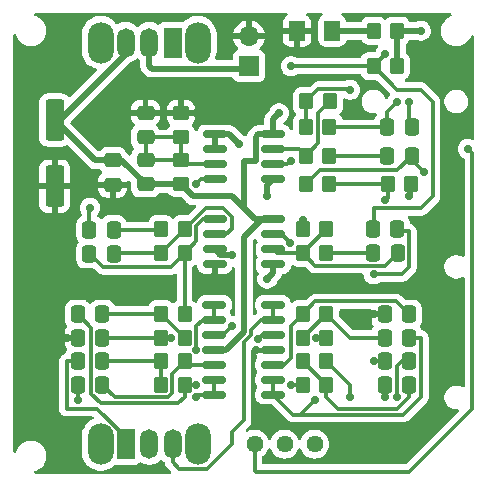
<source format=gtl>
%TF.GenerationSoftware,KiCad,Pcbnew,8.0.2*%
%TF.CreationDate,2025-06-15T12:49:30+05:30*%
%TF.ProjectId,final schematics,66696e61-6c20-4736-9368-656d61746963,1.0*%
%TF.SameCoordinates,Original*%
%TF.FileFunction,Copper,L1,Top*%
%TF.FilePolarity,Positive*%
%FSLAX46Y46*%
G04 Gerber Fmt 4.6, Leading zero omitted, Abs format (unit mm)*
G04 Created by KiCad (PCBNEW 8.0.2) date 2025-06-15 12:49:30*
%MOMM*%
%LPD*%
G01*
G04 APERTURE LIST*
G04 Aperture macros list*
%AMRoundRect*
0 Rectangle with rounded corners*
0 $1 Rounding radius*
0 $2 $3 $4 $5 $6 $7 $8 $9 X,Y pos of 4 corners*
0 Add a 4 corners polygon primitive as box body*
4,1,4,$2,$3,$4,$5,$6,$7,$8,$9,$2,$3,0*
0 Add four circle primitives for the rounded corners*
1,1,$1+$1,$2,$3*
1,1,$1+$1,$4,$5*
1,1,$1+$1,$6,$7*
1,1,$1+$1,$8,$9*
0 Add four rect primitives between the rounded corners*
20,1,$1+$1,$2,$3,$4,$5,0*
20,1,$1+$1,$4,$5,$6,$7,0*
20,1,$1+$1,$6,$7,$8,$9,0*
20,1,$1+$1,$8,$9,$2,$3,0*%
G04 Aperture macros list end*
%TA.AperFunction,SMDPad,CuDef*%
%ADD10RoundRect,0.150000X-0.825000X-0.150000X0.825000X-0.150000X0.825000X0.150000X-0.825000X0.150000X0*%
%TD*%
%TA.AperFunction,SMDPad,CuDef*%
%ADD11RoundRect,0.250000X0.350000X0.450000X-0.350000X0.450000X-0.350000X-0.450000X0.350000X-0.450000X0*%
%TD*%
%TA.AperFunction,SMDPad,CuDef*%
%ADD12RoundRect,0.250000X0.337500X0.475000X-0.337500X0.475000X-0.337500X-0.475000X0.337500X-0.475000X0*%
%TD*%
%TA.AperFunction,ComponentPad*%
%ADD13O,2.200000X3.500000*%
%TD*%
%TA.AperFunction,ComponentPad*%
%ADD14R,1.500000X2.500000*%
%TD*%
%TA.AperFunction,ComponentPad*%
%ADD15O,1.500000X2.500000*%
%TD*%
%TA.AperFunction,SMDPad,CuDef*%
%ADD16RoundRect,0.250000X-0.350000X-0.450000X0.350000X-0.450000X0.350000X0.450000X-0.350000X0.450000X0*%
%TD*%
%TA.AperFunction,SMDPad,CuDef*%
%ADD17RoundRect,0.250000X-0.475000X0.337500X-0.475000X-0.337500X0.475000X-0.337500X0.475000X0.337500X0*%
%TD*%
%TA.AperFunction,ComponentPad*%
%ADD18R,1.700000X1.700000*%
%TD*%
%TA.AperFunction,ComponentPad*%
%ADD19O,1.700000X1.700000*%
%TD*%
%TA.AperFunction,SMDPad,CuDef*%
%ADD20RoundRect,0.250000X-0.337500X-0.475000X0.337500X-0.475000X0.337500X0.475000X-0.337500X0.475000X0*%
%TD*%
%TA.AperFunction,SMDPad,CuDef*%
%ADD21RoundRect,0.250000X0.475000X-0.337500X0.475000X0.337500X-0.475000X0.337500X-0.475000X-0.337500X0*%
%TD*%
%TA.AperFunction,ComponentPad*%
%ADD22C,1.440000*%
%TD*%
%TA.AperFunction,SMDPad,CuDef*%
%ADD23RoundRect,0.250000X0.450000X-0.350000X0.450000X0.350000X-0.450000X0.350000X-0.450000X-0.350000X0*%
%TD*%
%TA.AperFunction,SMDPad,CuDef*%
%ADD24RoundRect,0.250001X-0.462499X-0.624999X0.462499X-0.624999X0.462499X0.624999X-0.462499X0.624999X0*%
%TD*%
%TA.AperFunction,SMDPad,CuDef*%
%ADD25RoundRect,0.250000X-0.550000X1.500000X-0.550000X-1.500000X0.550000X-1.500000X0.550000X1.500000X0*%
%TD*%
%TA.AperFunction,ViaPad*%
%ADD26C,0.700000*%
%TD*%
%TA.AperFunction,Conductor*%
%ADD27C,0.300000*%
%TD*%
%TA.AperFunction,Conductor*%
%ADD28C,0.500000*%
%TD*%
G04 APERTURE END LIST*
D10*
%TO.P,U3,1*%
%TO.N,Net-(C7-Pad2)*%
X137550000Y-94978750D03*
%TO.P,U3,2,-*%
%TO.N,Net-(U3A--)*%
X137550000Y-96248750D03*
%TO.P,U3,3,+*%
%TO.N,2.5V*%
X137550000Y-97518750D03*
%TO.P,U3,4,V-*%
%TO.N,GND*%
X137550000Y-98788750D03*
%TO.P,U3,5,+*%
%TO.N,2.5V*%
X142500000Y-98788750D03*
%TO.P,U3,6,-*%
%TO.N,Net-(U3B--)*%
X142500000Y-97518750D03*
%TO.P,U3,7*%
%TO.N,Net-(R10-Pad1)*%
X142500000Y-96248750D03*
%TO.P,U3,8,V+*%
%TO.N,+5V*%
X142500000Y-94978750D03*
%TD*%
D11*
%TO.P,R3,1*%
%TO.N,+5V*%
X153000000Y-79000000D03*
%TO.P,R3,2*%
%TO.N,Net-(D1-A)*%
X151000000Y-79000000D03*
%TD*%
D12*
%TO.P,C13,1*%
%TO.N,Net-(SW1-B)*%
X154214208Y-87179702D03*
%TO.P,C13,2*%
%TO.N,Net-(C13-Pad2)*%
X152139208Y-87179702D03*
%TD*%
D13*
%TO.P,PSWT,*%
%TO.N,*%
X136100000Y-80000000D03*
X127900000Y-80000000D03*
D14*
%TO.P,PSWT,1,C*%
%TO.N,unconnected-(PSWT1-C-Pad1)*%
X134000000Y-80000000D03*
D15*
%TO.P,PSWT,2,B*%
%TO.N,switch*%
X132000000Y-80000000D03*
%TO.P,PSWT,3,A*%
%TO.N,+5V*%
X130000000Y-80000000D03*
%TD*%
D16*
%TO.P,R4,1*%
%TO.N,Signal*%
X151000000Y-82000000D03*
%TO.P,R4,2*%
%TO.N,+5V*%
X153000000Y-82000000D03*
%TD*%
%TO.P,R21,1*%
%TO.N,Net-(J5-PadR1)*%
X152176708Y-92000000D03*
%TO.P,R21,2*%
%TO.N,GND*%
X154176708Y-92000000D03*
%TD*%
%TO.P,R20,1*%
%TO.N,FSignal*%
X145260200Y-92000000D03*
%TO.P,R20,2*%
%TO.N,Net-(J5-PadR1)*%
X147260200Y-92000000D03*
%TD*%
D17*
%TO.P,C4,1*%
%TO.N,+5V*%
X128916705Y-89962500D03*
%TO.P,C4,2*%
%TO.N,GND*%
X128916705Y-92037500D03*
%TD*%
D16*
%TO.P,R17,1*%
%TO.N,Net-(C14-Pad2)*%
X133000000Y-107000000D03*
%TO.P,R17,2*%
%TO.N,Net-(U2B-+)*%
X135000000Y-107000000D03*
%TD*%
D11*
%TO.P,R18,1*%
%TO.N,Net-(C15-Pad2)*%
X147000000Y-109000000D03*
%TO.P,R18,2*%
%TO.N,Net-(U2D-+)*%
X145000000Y-109000000D03*
%TD*%
D18*
%TO.P,BAT,1,Pin_1*%
%TO.N,switch*%
X140444205Y-82000000D03*
D19*
%TO.P,BAT,2,Pin_2*%
%TO.N,GND*%
X140444205Y-79460000D03*
%TD*%
D20*
%TO.P,C5,1*%
%TO.N,Signal*%
X126925000Y-95857500D03*
%TO.P,C5,2*%
%TO.N,Net-(C5-Pad2)*%
X129000000Y-95857500D03*
%TD*%
D12*
%TO.P,C7,1*%
%TO.N,Net-(U3A--)*%
X128997404Y-97897058D03*
%TO.P,C7,2*%
%TO.N,Net-(C7-Pad2)*%
X126922404Y-97897058D03*
%TD*%
D13*
%TO.P,MSWT,*%
%TO.N,*%
X127900000Y-114000000D03*
X136100000Y-114000000D03*
D14*
%TO.P,MSWT,1,C*%
%TO.N,Heart*%
X130000000Y-114000000D03*
D15*
%TO.P,MSWT,2,B*%
%TO.N,Net-(SW1-B)*%
X132000000Y-114000000D03*
%TO.P,MSWT,3,A*%
%TO.N,Lungs*%
X134000000Y-114000000D03*
%TD*%
D21*
%TO.P,C2,1*%
%TO.N,+5V*%
X131689494Y-92020925D03*
%TO.P,C2,2*%
%TO.N,Net-(U1A-+)*%
X131689494Y-89945925D03*
%TD*%
D11*
%TO.P,R9,1*%
%TO.N,Net-(C7-Pad2)*%
X135000000Y-103000000D03*
%TO.P,R9,2*%
%TO.N,Net-(C9-Pad2)*%
X133000000Y-103000000D03*
%TD*%
%TO.P,R12,1*%
%TO.N,Net-(C10-Pad2)*%
X147000000Y-103000000D03*
%TO.P,R12,2*%
%TO.N,Net-(U2C-+)*%
X145000000Y-103000000D03*
%TD*%
D16*
%TO.P,R7,1*%
%TO.N,Net-(U3A--)*%
X133000000Y-97827500D03*
%TO.P,R7,2*%
%TO.N,Net-(C7-Pad2)*%
X135000000Y-97827500D03*
%TD*%
D11*
%TO.P,R11,1*%
%TO.N,Net-(C9-Pad2)*%
X135000000Y-105000000D03*
%TO.P,R11,2*%
%TO.N,Net-(U2A-+)*%
X133000000Y-105000000D03*
%TD*%
D22*
%TO.P,POT,1,1*%
%TO.N,unconnected-(RV1-Pad1)*%
X146000000Y-114000000D03*
%TO.P,POT,2,2*%
%TO.N,Net-(C13-Pad2)*%
X143460000Y-114000000D03*
%TO.P,POT,3,3*%
%TO.N,Net-(U1B--)*%
X140920000Y-114000000D03*
%TD*%
D21*
%TO.P,C3,1*%
%TO.N,Net-(U1A-+)*%
X131689494Y-88020925D03*
%TO.P,C3,2*%
%TO.N,GND*%
X131689494Y-85945925D03*
%TD*%
D10*
%TO.P,U2,1*%
%TO.N,Net-(U2A--)*%
X137525000Y-102190000D03*
%TO.P,U2,2,-*%
X137525000Y-103460000D03*
%TO.P,U2,3,+*%
%TO.N,Net-(U2A-+)*%
X137525000Y-104730000D03*
%TO.P,U2,4,V+*%
%TO.N,+5V*%
X137525000Y-106000000D03*
%TO.P,U2,5,+*%
%TO.N,Net-(U2B-+)*%
X137525000Y-107270000D03*
%TO.P,U2,6,-*%
%TO.N,Heart*%
X137525000Y-108540000D03*
%TO.P,U2,7*%
X137525000Y-109810000D03*
%TO.P,U2,8*%
%TO.N,Net-(U2C--)*%
X142475000Y-109810000D03*
%TO.P,U2,9,-*%
X142475000Y-108540000D03*
%TO.P,U2,10,+*%
%TO.N,Net-(U2C-+)*%
X142475000Y-107270000D03*
%TO.P,U2,11,V-*%
%TO.N,GND*%
X142475000Y-106000000D03*
%TO.P,U2,12,+*%
%TO.N,Net-(U2D-+)*%
X142475000Y-104730000D03*
%TO.P,U2,13,-*%
%TO.N,Lungs*%
X142475000Y-103460000D03*
%TO.P,U2,14*%
X142475000Y-102190000D03*
%TD*%
D16*
%TO.P,R5,1*%
%TO.N,Net-(C5-Pad2)*%
X133000000Y-95827500D03*
%TO.P,R5,2*%
%TO.N,Net-(U3A--)*%
X135000000Y-95827500D03*
%TD*%
D12*
%TO.P,C11,1*%
%TO.N,Net-(U2A-+)*%
X128037500Y-105000000D03*
%TO.P,C11,2*%
%TO.N,GND*%
X125962500Y-105000000D03*
%TD*%
D16*
%TO.P,R16,1*%
%TO.N,Net-(U1B--)*%
X145281109Y-84987783D03*
%TO.P,R16,2*%
%TO.N,Net-(R16-Pad2)*%
X147281109Y-84987783D03*
%TD*%
%TO.P,R8,1*%
%TO.N,Net-(U3B--)*%
X145000000Y-97827500D03*
%TO.P,R8,2*%
%TO.N,Net-(C8-Pad2)*%
X147000000Y-97827500D03*
%TD*%
D20*
%TO.P,C17,1*%
%TO.N,Net-(U2D-+)*%
X151925000Y-107000000D03*
%TO.P,C17,2*%
%TO.N,GND*%
X154000000Y-107000000D03*
%TD*%
%TO.P,C9,1*%
%TO.N,Net-(U2A--)*%
X125962500Y-103000000D03*
%TO.P,C9,2*%
%TO.N,Net-(C9-Pad2)*%
X128037500Y-103000000D03*
%TD*%
D12*
%TO.P,C8,1*%
%TO.N,Net-(U3B--)*%
X153037500Y-97827500D03*
%TO.P,C8,2*%
%TO.N,Net-(C8-Pad2)*%
X150962500Y-97827500D03*
%TD*%
D20*
%TO.P,C18,1*%
%TO.N,Net-(C18-Pad1)*%
X152139208Y-89604851D03*
%TO.P,C18,2*%
%TO.N,FSignal*%
X154214208Y-89604851D03*
%TD*%
D16*
%TO.P,R6,1*%
%TO.N,Net-(C6-Pad2)*%
X145000000Y-95827500D03*
%TO.P,R6,2*%
%TO.N,Net-(U3B--)*%
X147000000Y-95827500D03*
%TD*%
D23*
%TO.P,R1,1*%
%TO.N,+5V*%
X134689494Y-91983425D03*
%TO.P,R1,2*%
%TO.N,Net-(U1A-+)*%
X134689494Y-89983425D03*
%TD*%
D12*
%TO.P,C12,1*%
%TO.N,Net-(U2C-+)*%
X154000000Y-103000000D03*
%TO.P,C12,2*%
%TO.N,GND*%
X151925000Y-103000000D03*
%TD*%
D16*
%TO.P,R19,1*%
%TO.N,Net-(R16-Pad2)*%
X145260200Y-89574851D03*
%TO.P,R19,2*%
%TO.N,Net-(C18-Pad1)*%
X147260200Y-89574851D03*
%TD*%
D10*
%TO.P,U1,1*%
%TO.N,2.5V*%
X137550000Y-87767500D03*
%TO.P,U1,2,-*%
X137550000Y-89037500D03*
%TO.P,U1,3,+*%
%TO.N,Net-(U1A-+)*%
X137550000Y-90307500D03*
%TO.P,U1,4,V-*%
%TO.N,GND*%
X137550000Y-91577500D03*
%TO.P,U1,5,+*%
%TO.N,2.5V*%
X142500000Y-91577500D03*
%TO.P,U1,6,-*%
%TO.N,Net-(U1B--)*%
X142500000Y-90307500D03*
%TO.P,U1,7*%
%TO.N,Net-(R16-Pad2)*%
X142500000Y-89037500D03*
%TO.P,U1,8,V+*%
%TO.N,+5V*%
X142500000Y-87767500D03*
%TD*%
D11*
%TO.P,R10,1*%
%TO.N,Net-(R10-Pad1)*%
X147000000Y-105000000D03*
%TO.P,R10,2*%
%TO.N,Net-(C10-Pad2)*%
X145000000Y-105000000D03*
%TD*%
D24*
%TO.P,D1,1,K*%
%TO.N,GND*%
X144512500Y-79000000D03*
%TO.P,D1,2,A*%
%TO.N,Net-(D1-A)*%
X147487500Y-79000000D03*
%TD*%
D11*
%TO.P,R15,1*%
%TO.N,Net-(U2C--)*%
X147000000Y-107000000D03*
%TO.P,R15,2*%
%TO.N,Net-(C15-Pad2)*%
X145000000Y-107000000D03*
%TD*%
D12*
%TO.P,C10,1*%
%TO.N,Net-(U2C--)*%
X154000000Y-105000000D03*
%TO.P,C10,2*%
%TO.N,Net-(C10-Pad2)*%
X151925000Y-105000000D03*
%TD*%
D16*
%TO.P,R14,1*%
%TO.N,Net-(C14-Pad2)*%
X133000000Y-109000000D03*
%TO.P,R14,2*%
%TO.N,Net-(U2A--)*%
X135000000Y-109000000D03*
%TD*%
D20*
%TO.P,C15,1*%
%TO.N,Lungs*%
X151925000Y-109000000D03*
%TO.P,C15,2*%
%TO.N,Net-(C15-Pad2)*%
X154000000Y-109000000D03*
%TD*%
D25*
%TO.P,C1,1*%
%TO.N,+5V*%
X124000000Y-86558818D03*
%TO.P,C1,2*%
%TO.N,GND*%
X124000000Y-92158818D03*
%TD*%
D23*
%TO.P,R2,1*%
%TO.N,Net-(U1A-+)*%
X134689494Y-87983425D03*
%TO.P,R2,2*%
%TO.N,GND*%
X134689494Y-85983425D03*
%TD*%
D20*
%TO.P,C6,1*%
%TO.N,Signal*%
X150925000Y-95827500D03*
%TO.P,C6,2*%
%TO.N,Net-(C6-Pad2)*%
X153000000Y-95827500D03*
%TD*%
%TO.P,C14,1*%
%TO.N,Heart*%
X125962500Y-107000000D03*
%TO.P,C14,2*%
%TO.N,Net-(C14-Pad2)*%
X128037500Y-107000000D03*
%TD*%
D12*
%TO.P,C16,1*%
%TO.N,Net-(U2B-+)*%
X128037500Y-109000000D03*
%TO.P,C16,2*%
%TO.N,GND*%
X125962500Y-109000000D03*
%TD*%
D11*
%TO.P,R13,1*%
%TO.N,Net-(C13-Pad2)*%
X147260200Y-87149702D03*
%TO.P,R13,2*%
%TO.N,Net-(U1B--)*%
X145260200Y-87149702D03*
%TD*%
D26*
%TO.N,FSignal*%
X155300000Y-91000000D03*
%TO.N,GND*%
X141000000Y-106000000D03*
X137000000Y-100000000D03*
X154000000Y-93000000D03*
X125971020Y-110300000D03*
X151000000Y-103000000D03*
X136000000Y-86000000D03*
X148000000Y-100000000D03*
X136000000Y-92000000D03*
X125000000Y-105000000D03*
X151000000Y-113300000D03*
X153000000Y-110000000D03*
%TO.N,+5V*%
X155000000Y-79000000D03*
X143000000Y-86000000D03*
%TO.N,Net-(U2A-+)*%
X139000000Y-104000000D03*
X133850000Y-105000000D03*
%TO.N,Signal*%
X152000000Y-81000000D03*
X127000000Y-94000000D03*
X144000000Y-82000000D03*
%TO.N,Net-(C6-Pad2)*%
X145000000Y-95000000D03*
X151000000Y-99602500D03*
%TO.N,Heart*%
X136000000Y-110000000D03*
%TO.N,Lungs*%
X152000000Y-110000000D03*
%TO.N,2.5V*%
X139615921Y-88615919D03*
X142000000Y-93000000D03*
X139000000Y-98000000D03*
X142000000Y-100000000D03*
%TO.N,Net-(SW1-B)*%
X154000000Y-85000000D03*
%TO.N,Net-(U2A--)*%
X136000000Y-106000000D03*
X136000000Y-109000000D03*
%TO.N,Net-(U2C--)*%
X146000000Y-110300000D03*
X149000000Y-110000000D03*
%TO.N,Net-(C13-Pad2)*%
X153000000Y-85000000D03*
%TO.N,Net-(U2D-+)*%
X151000000Y-107000000D03*
X144000000Y-109000000D03*
X141192749Y-105120883D03*
%TO.N,Net-(J5-PadR1)*%
X152000000Y-93300000D03*
%TO.N,Net-(R10-Pad1)*%
X143958716Y-96972117D03*
X146150000Y-105000000D03*
%TO.N,Net-(U1B--)*%
X149000000Y-84000000D03*
X159000000Y-89000000D03*
X145260200Y-87149702D03*
X144000000Y-90000000D03*
%TD*%
D27*
%TO.N,FSignal*%
X146444889Y-90815311D02*
X153003748Y-90815311D01*
X155300000Y-91000000D02*
X154214208Y-89914208D01*
X154214208Y-89914208D02*
X154214208Y-89604851D01*
X145260200Y-92000000D02*
X146444889Y-90815311D01*
X153003748Y-90815311D02*
X154214208Y-89604851D01*
%TO.N,GND*%
X137550000Y-98788750D02*
X137550000Y-99450000D01*
X125971020Y-110300000D02*
X125962500Y-110291480D01*
X137550000Y-91577500D02*
X136422500Y-91577500D01*
X135983425Y-85983425D02*
X136000000Y-86000000D01*
X125962500Y-105000000D02*
X125000000Y-105000000D01*
X136422500Y-91577500D02*
X136000000Y-92000000D01*
X134689494Y-85983425D02*
X135983425Y-85983425D01*
X153412500Y-107000000D02*
X153000000Y-107412500D01*
X151925000Y-103000000D02*
X152000000Y-103000000D01*
X153000000Y-107412500D02*
X153000000Y-110000000D01*
X152000000Y-103000000D02*
X151000000Y-103000000D01*
X154000000Y-107000000D02*
X153412500Y-107000000D01*
X154176708Y-92823292D02*
X154000000Y-93000000D01*
X125962500Y-110291480D02*
X125962500Y-109000000D01*
X137550000Y-99450000D02*
X137000000Y-100000000D01*
X154176708Y-92000000D02*
X154176708Y-92823292D01*
X142475000Y-106000000D02*
X141000000Y-106000000D01*
D28*
%TO.N,+5V*%
X142500000Y-87767500D02*
X142500000Y-86500000D01*
X141525001Y-94978750D02*
X140000000Y-96503751D01*
X141000000Y-90000000D02*
X140000000Y-90000000D01*
X124441182Y-86558818D02*
X124000000Y-86558818D01*
X130000000Y-81000000D02*
X124441182Y-86558818D01*
X142500000Y-94978750D02*
X140978750Y-94978750D01*
X128916705Y-89962500D02*
X129631069Y-89962500D01*
X140000000Y-96503751D02*
X140000000Y-104499999D01*
X153000000Y-79000000D02*
X153000000Y-82000000D01*
X141232500Y-87767500D02*
X141000000Y-88000000D01*
X127403682Y-89962500D02*
X128916705Y-89962500D01*
X124000000Y-86558818D02*
X127403682Y-89962500D01*
X142500000Y-86500000D02*
X143000000Y-86000000D01*
X135706069Y-93000000D02*
X134689494Y-91983425D01*
X129631069Y-89962500D02*
X131689494Y-92020925D01*
X131689494Y-92020925D02*
X134651994Y-92020925D01*
X142500000Y-94978750D02*
X141525001Y-94978750D01*
X134651994Y-92020925D02*
X134689494Y-91983425D01*
X140978750Y-94978750D02*
X140000000Y-94000000D01*
X140000000Y-104499999D02*
X138499999Y-106000000D01*
X138499999Y-106000000D02*
X137525000Y-106000000D01*
X142500000Y-87767500D02*
X141232500Y-87767500D01*
X130000000Y-80000000D02*
X130000000Y-81000000D01*
X140000000Y-90000000D02*
X140000000Y-94000000D01*
X155000000Y-79000000D02*
X153000000Y-79000000D01*
X139000000Y-93000000D02*
X135706069Y-93000000D01*
X140978750Y-94978750D02*
X139000000Y-93000000D01*
X141000000Y-88000000D02*
X141000000Y-90000000D01*
D27*
%TO.N,Net-(U2A-+)*%
X139000000Y-104000000D02*
X138270000Y-104730000D01*
X133000000Y-105000000D02*
X133850000Y-105000000D01*
X138270000Y-104730000D02*
X137525000Y-104730000D01*
X133000000Y-105000000D02*
X128037500Y-105000000D01*
%TO.N,Signal*%
X151000000Y-82000000D02*
X144000000Y-82000000D01*
X156000000Y-85000000D02*
X156000000Y-93000000D01*
X155000000Y-94000000D02*
X151000000Y-94000000D01*
X152000000Y-81000000D02*
X151000000Y-82000000D01*
X155000000Y-84000000D02*
X156000000Y-85000000D01*
X151000000Y-82000000D02*
X153000000Y-84000000D01*
X151000000Y-94000000D02*
X151000000Y-95752500D01*
X127000000Y-95782500D02*
X126925000Y-95857500D01*
X156000000Y-93000000D02*
X155000000Y-94000000D01*
X126925000Y-94075000D02*
X127000000Y-94000000D01*
X126925000Y-95857500D02*
X126925000Y-94075000D01*
X153000000Y-84000000D02*
X155000000Y-84000000D01*
%TO.N,Net-(C6-Pad2)*%
X154000000Y-96000000D02*
X153172500Y-96000000D01*
X145000000Y-95827500D02*
X145000000Y-95000000D01*
X154000000Y-99000000D02*
X154000000Y-96000000D01*
X151000000Y-99602500D02*
X153397500Y-99602500D01*
X153397500Y-99602500D02*
X154000000Y-99000000D01*
X153172500Y-96000000D02*
X153000000Y-95827500D01*
%TO.N,Net-(C8-Pad2)*%
X150962500Y-97827500D02*
X147000000Y-97827500D01*
%TO.N,Net-(C9-Pad2)*%
X133000000Y-103000000D02*
X135000000Y-105000000D01*
X128037500Y-103000000D02*
X133000000Y-103000000D01*
%TO.N,Heart*%
X127600610Y-111000000D02*
X130000000Y-113399390D01*
X125000000Y-111000000D02*
X127600610Y-111000000D01*
X137525000Y-109810000D02*
X136190000Y-109810000D01*
X125962500Y-107000000D02*
X125000000Y-107000000D01*
X136190000Y-109810000D02*
X136000000Y-110000000D01*
X137525000Y-108540000D02*
X137525000Y-109810000D01*
X130000000Y-113399390D02*
X130000000Y-114000000D01*
X125000000Y-107000000D02*
X125000000Y-111000000D01*
%TO.N,Net-(U3A--)*%
X139000000Y-94742488D02*
X138257512Y-94000000D01*
X138524999Y-96248750D02*
X139000000Y-95773749D01*
X138257512Y-94000000D02*
X136827500Y-94000000D01*
X137550000Y-96248750D02*
X138524999Y-96248750D01*
X128997404Y-97897058D02*
X129096962Y-97797500D01*
X133000000Y-97827500D02*
X135000000Y-95827500D01*
X139000000Y-95773749D02*
X139000000Y-94742488D01*
X129096962Y-97797500D02*
X132970000Y-97797500D01*
X132970000Y-97797500D02*
X133000000Y-97827500D01*
X136827500Y-94000000D02*
X135000000Y-95827500D01*
%TO.N,Net-(C10-Pad2)*%
X145000000Y-105000000D02*
X147000000Y-103000000D01*
X149000000Y-105000000D02*
X151925000Y-105000000D01*
X147000000Y-103000000D02*
X149000000Y-105000000D01*
%TO.N,Net-(C15-Pad2)*%
X154000000Y-109000000D02*
X154000000Y-110000000D01*
X147000000Y-110000000D02*
X147000000Y-109000000D01*
X148000000Y-111000000D02*
X147000000Y-110000000D01*
X154000000Y-110000000D02*
X153000000Y-111000000D01*
X153000000Y-111000000D02*
X148000000Y-111000000D01*
X147000000Y-109000000D02*
X145000000Y-107000000D01*
%TO.N,Lungs*%
X139000000Y-114000000D02*
X136900000Y-116100000D01*
X140000000Y-112000000D02*
X139000000Y-113000000D01*
X140600000Y-104748527D02*
X140000000Y-105348527D01*
X151925000Y-109000000D02*
X151925000Y-109925000D01*
X142475000Y-102190000D02*
X142475000Y-103460000D01*
X134550000Y-116100000D02*
X134000000Y-115550000D01*
X139000000Y-113000000D02*
X139000000Y-114000000D01*
X142475000Y-103460000D02*
X141500001Y-103460000D01*
X136900000Y-116100000D02*
X134550000Y-116100000D01*
X140000000Y-105348527D02*
X140000000Y-112000000D01*
X151925000Y-109925000D02*
X152000000Y-110000000D01*
X140600000Y-104360001D02*
X140600000Y-104748527D01*
X134000000Y-115550000D02*
X134000000Y-114000000D01*
X141500001Y-103460000D02*
X140600000Y-104360001D01*
%TO.N,Net-(U3B--)*%
X145000000Y-97827500D02*
X146075000Y-98902500D01*
X142808750Y-97827500D02*
X145000000Y-97827500D01*
X147000000Y-95827500D02*
X145000000Y-97827500D01*
X142500000Y-97518750D02*
X142808750Y-97827500D01*
X151962500Y-98902500D02*
X153037500Y-97827500D01*
X146075000Y-98902500D02*
X151962500Y-98902500D01*
D28*
%TO.N,Net-(D1-A)*%
X147487500Y-79000000D02*
X151000000Y-79000000D01*
%TO.N,switch*%
X140444205Y-82000000D02*
X140244205Y-82200000D01*
X132200000Y-82200000D02*
X132000000Y-82000000D01*
X132000000Y-82000000D02*
X132000000Y-80000000D01*
X140244205Y-82200000D02*
X132200000Y-82200000D01*
%TO.N,2.5V*%
X138031250Y-98000000D02*
X137550000Y-97518750D01*
X142500000Y-98788750D02*
X142500000Y-99500000D01*
X142000000Y-93000000D02*
X142000000Y-92077500D01*
X142500000Y-99500000D02*
X142000000Y-100000000D01*
X138767502Y-87767500D02*
X139615921Y-88615919D01*
X142000000Y-92077500D02*
X142500000Y-91577500D01*
X139000000Y-98000000D02*
X138031250Y-98000000D01*
X137550000Y-87767500D02*
X137550000Y-89037500D01*
X137550000Y-87767500D02*
X138767502Y-87767500D01*
D27*
%TO.N,Net-(SW1-B)*%
X154000000Y-85000000D02*
X154000000Y-86965494D01*
X154000000Y-86965494D02*
X154214208Y-87179702D01*
%TO.N,Net-(U1A-+)*%
X131689494Y-88020925D02*
X134651994Y-88020925D01*
X134689494Y-87983425D02*
X134689494Y-89983425D01*
X135013569Y-90307500D02*
X134689494Y-89983425D01*
X137550000Y-90307500D02*
X135013569Y-90307500D01*
X131726994Y-89983425D02*
X131689494Y-89945925D01*
X131689494Y-88020925D02*
X131689494Y-89945925D01*
X134651994Y-88020925D02*
X134689494Y-87983425D01*
X134689494Y-89983425D02*
X131726994Y-89983425D01*
%TO.N,Net-(C5-Pad2)*%
X132970000Y-95857500D02*
X133000000Y-95827500D01*
X129000000Y-95857500D02*
X132970000Y-95857500D01*
%TO.N,Net-(C7-Pad2)*%
X135000000Y-97827500D02*
X135000000Y-103000000D01*
X136000000Y-96827500D02*
X135000000Y-97827500D01*
X133827500Y-99000000D02*
X135000000Y-97827500D01*
X136000000Y-95553751D02*
X136000000Y-96827500D01*
X136575001Y-94978750D02*
X136000000Y-95553751D01*
X126925000Y-97797500D02*
X128127500Y-99000000D01*
X128127500Y-99000000D02*
X133827500Y-99000000D01*
X137550000Y-94978750D02*
X136575001Y-94978750D01*
%TO.N,Net-(U2A--)*%
X135000000Y-109000000D02*
X136000000Y-109000000D01*
X125962500Y-103000000D02*
X127100000Y-104137500D01*
X134450000Y-110550000D02*
X135000000Y-110000000D01*
X137525000Y-102190000D02*
X137525000Y-103460000D01*
X127919544Y-110550000D02*
X134450000Y-110550000D01*
X136550001Y-103460000D02*
X137525000Y-103460000D01*
X136000000Y-106000000D02*
X136000000Y-104010001D01*
X127100000Y-104137500D02*
X127100000Y-109730456D01*
X135000000Y-110000000D02*
X135000000Y-109000000D01*
X127100000Y-109730456D02*
X127919544Y-110550000D01*
X136000000Y-104010001D02*
X136550001Y-103460000D01*
%TO.N,Net-(U2C--)*%
X147000000Y-107000000D02*
X149000000Y-109000000D01*
X144800000Y-111500000D02*
X144165000Y-111500000D01*
X144165000Y-111500000D02*
X153500000Y-111500000D01*
X149000000Y-109000000D02*
X149000000Y-110000000D01*
X155000000Y-105000000D02*
X154000000Y-105000000D01*
X142475000Y-109810000D02*
X142475000Y-108540000D01*
X155000000Y-110000000D02*
X155000000Y-105000000D01*
X153500000Y-111500000D02*
X155000000Y-110000000D01*
X142475000Y-109810000D02*
X144165000Y-111500000D01*
X146000000Y-110300000D02*
X144800000Y-111500000D01*
%TO.N,Net-(U2C-+)*%
X142475000Y-107270000D02*
X143449999Y-107270000D01*
X154000000Y-103000000D02*
X152925000Y-101925000D01*
X144000000Y-104000000D02*
X145000000Y-103000000D01*
X144000000Y-106719999D02*
X144000000Y-104000000D01*
X146075000Y-101925000D02*
X145000000Y-103000000D01*
X152925000Y-101925000D02*
X146075000Y-101925000D01*
X143449999Y-107270000D02*
X144000000Y-106719999D01*
%TO.N,Net-(C13-Pad2)*%
X152139208Y-85860792D02*
X153000000Y-85000000D01*
X147890200Y-87179702D02*
X152139208Y-87179702D01*
X147260200Y-87149702D02*
X147860200Y-87149702D01*
X147860200Y-87149702D02*
X147890200Y-87179702D01*
X152139208Y-87179702D02*
X152139208Y-85860792D01*
%TO.N,Net-(C14-Pad2)*%
X128037500Y-107000000D02*
X133000000Y-107000000D01*
X133000000Y-109000000D02*
X133000000Y-107000000D01*
%TO.N,Net-(U2B-+)*%
X137525000Y-107270000D02*
X135270000Y-107270000D01*
X133950000Y-109705456D02*
X133950000Y-108050000D01*
X129087500Y-110050000D02*
X133605456Y-110050000D01*
X135270000Y-107270000D02*
X135000000Y-107000000D01*
X133605456Y-110050000D02*
X133950000Y-109705456D01*
X133950000Y-108050000D02*
X135000000Y-107000000D01*
X128037500Y-109000000D02*
X129087500Y-110050000D01*
%TO.N,Net-(U2D-+)*%
X151000000Y-107000000D02*
X151925000Y-107000000D01*
X141583632Y-104730000D02*
X141192749Y-105120883D01*
X144000000Y-109000000D02*
X145000000Y-109000000D01*
X142475000Y-104730000D02*
X141583632Y-104730000D01*
%TO.N,Net-(C18-Pad1)*%
X147260200Y-89574851D02*
X152109208Y-89574851D01*
X152109208Y-89574851D02*
X152139208Y-89604851D01*
%TO.N,Net-(J5-PadR1)*%
X147260200Y-92000000D02*
X152176708Y-92000000D01*
X152176708Y-93123292D02*
X152176708Y-92000000D01*
X152000000Y-93300000D02*
X152176708Y-93123292D01*
%TO.N,Net-(R10-Pad1)*%
X143958716Y-96972117D02*
X143235349Y-96248750D01*
X143235349Y-96248750D02*
X142500000Y-96248750D01*
X147000000Y-105000000D02*
X146150000Y-105000000D01*
%TO.N,Net-(U1B--)*%
X141000000Y-116350000D02*
X140920000Y-116270000D01*
X146331109Y-83937783D02*
X148937783Y-83937783D01*
X159350000Y-111000000D02*
X154000000Y-116350000D01*
X145281109Y-87128793D02*
X145260200Y-87149702D01*
X145281109Y-84987783D02*
X145281109Y-87128793D01*
X159000000Y-89000000D02*
X159350000Y-89350000D01*
X159350000Y-89350000D02*
X159350000Y-111000000D01*
X143692500Y-90307500D02*
X144000000Y-90000000D01*
X148937783Y-83937783D02*
X149000000Y-84000000D01*
X142500000Y-90307500D02*
X143692500Y-90307500D01*
X140920000Y-116270000D02*
X140920000Y-114000000D01*
X145281109Y-84987783D02*
X146331109Y-83937783D01*
X154000000Y-116350000D02*
X141000000Y-116350000D01*
%TO.N,Net-(R16-Pad2)*%
X146310200Y-85958692D02*
X146310200Y-88524851D01*
X142500000Y-89037500D02*
X144722849Y-89037500D01*
X147281109Y-84987783D02*
X146310200Y-85958692D01*
X144722849Y-89037500D02*
X145260200Y-89574851D01*
X146310200Y-88524851D02*
X145260200Y-89574851D01*
%TD*%
%TA.AperFunction,Conductor*%
%TO.N,GND*%
G36*
X143668949Y-77520185D02*
G01*
X143714704Y-77572989D01*
X143724648Y-77642147D01*
X143695623Y-77705703D01*
X143667007Y-77730039D01*
X143581655Y-77782684D01*
X143457684Y-77906655D01*
X143365643Y-78055876D01*
X143365641Y-78055881D01*
X143310494Y-78222303D01*
X143310493Y-78222310D01*
X143300000Y-78325014D01*
X143300000Y-78750000D01*
X145725000Y-78750000D01*
X145725000Y-78325027D01*
X145724999Y-78325014D01*
X145714506Y-78222310D01*
X145714505Y-78222303D01*
X145659358Y-78055881D01*
X145659356Y-78055876D01*
X145567315Y-77906655D01*
X145443344Y-77782684D01*
X145357993Y-77730039D01*
X145311269Y-77678091D01*
X145300046Y-77609128D01*
X145327890Y-77545046D01*
X145385959Y-77506190D01*
X145423090Y-77500500D01*
X146575959Y-77500500D01*
X146642998Y-77520185D01*
X146688753Y-77572989D01*
X146698697Y-77642147D01*
X146669672Y-77705703D01*
X146641056Y-77730038D01*
X146556348Y-77782286D01*
X146556344Y-77782289D01*
X146432289Y-77906344D01*
X146432286Y-77906348D01*
X146340187Y-78055662D01*
X146340186Y-78055664D01*
X146285001Y-78222203D01*
X146285000Y-78222204D01*
X146274500Y-78324984D01*
X146274500Y-79675015D01*
X146285000Y-79777795D01*
X146285001Y-79777796D01*
X146340186Y-79944335D01*
X146340187Y-79944337D01*
X146432286Y-80093651D01*
X146432289Y-80093655D01*
X146556344Y-80217710D01*
X146556348Y-80217713D01*
X146705662Y-80309812D01*
X146705664Y-80309813D01*
X146705666Y-80309814D01*
X146872203Y-80364999D01*
X146974992Y-80375500D01*
X146974997Y-80375500D01*
X148000003Y-80375500D01*
X148000008Y-80375500D01*
X148102797Y-80364999D01*
X148269334Y-80309814D01*
X148418655Y-80217711D01*
X148542711Y-80093655D01*
X148634814Y-79944334D01*
X148670879Y-79835494D01*
X148710651Y-79778051D01*
X148775167Y-79751228D01*
X148788585Y-79750500D01*
X149884362Y-79750500D01*
X149951401Y-79770185D01*
X149989899Y-79809401D01*
X150057288Y-79918656D01*
X150181344Y-80042712D01*
X150330666Y-80134814D01*
X150497203Y-80189999D01*
X150599991Y-80200500D01*
X151296905Y-80200499D01*
X151363944Y-80220183D01*
X151409699Y-80272987D01*
X151419643Y-80342146D01*
X151390618Y-80405702D01*
X151389055Y-80407471D01*
X151308140Y-80497336D01*
X151218750Y-80652164D01*
X151218745Y-80652174D01*
X151198715Y-80713820D01*
X151159277Y-80771495D01*
X151094918Y-80798692D01*
X151080785Y-80799500D01*
X150599998Y-80799500D01*
X150599980Y-80799501D01*
X150497203Y-80810000D01*
X150497200Y-80810001D01*
X150330668Y-80865185D01*
X150330663Y-80865187D01*
X150181342Y-80957289D01*
X150057289Y-81081342D01*
X149965187Y-81230663D01*
X149965184Y-81230671D01*
X149953972Y-81264506D01*
X149914199Y-81321950D01*
X149849683Y-81348772D01*
X149836267Y-81349500D01*
X144591911Y-81349500D01*
X144524872Y-81329815D01*
X144519025Y-81325818D01*
X144503648Y-81314646D01*
X144427593Y-81259388D01*
X144264267Y-81186671D01*
X144264265Y-81186670D01*
X144136594Y-81159533D01*
X144089391Y-81149500D01*
X143910609Y-81149500D01*
X143879954Y-81156015D01*
X143735733Y-81186670D01*
X143735728Y-81186672D01*
X143572408Y-81259387D01*
X143427768Y-81364475D01*
X143308140Y-81497336D01*
X143218750Y-81652164D01*
X143218747Y-81652170D01*
X143163504Y-81822192D01*
X143163503Y-81822194D01*
X143144815Y-82000000D01*
X143163503Y-82177805D01*
X143163504Y-82177807D01*
X143218747Y-82347829D01*
X143218750Y-82347835D01*
X143308141Y-82502665D01*
X143349812Y-82548946D01*
X143427764Y-82635521D01*
X143427767Y-82635523D01*
X143427770Y-82635526D01*
X143572407Y-82740612D01*
X143735733Y-82813329D01*
X143910609Y-82850500D01*
X143910610Y-82850500D01*
X144089389Y-82850500D01*
X144089391Y-82850500D01*
X144264267Y-82813329D01*
X144427593Y-82740612D01*
X144519025Y-82674182D01*
X144584831Y-82650702D01*
X144591911Y-82650500D01*
X149836267Y-82650500D01*
X149903306Y-82670185D01*
X149949061Y-82722989D01*
X149953972Y-82735494D01*
X149965184Y-82769328D01*
X149965187Y-82769336D01*
X149973587Y-82782954D01*
X150057288Y-82918656D01*
X150181344Y-83042712D01*
X150330666Y-83134814D01*
X150497203Y-83189999D01*
X150599991Y-83200500D01*
X151229191Y-83200499D01*
X151296230Y-83220183D01*
X151316872Y-83236818D01*
X152352503Y-84272448D01*
X152385988Y-84333771D01*
X152381004Y-84403463D01*
X152356973Y-84443100D01*
X152308140Y-84497336D01*
X152218750Y-84652164D01*
X152218747Y-84652171D01*
X152199201Y-84712329D01*
X152159763Y-84770005D01*
X152095405Y-84797203D01*
X152026558Y-84785288D01*
X151975083Y-84738044D01*
X151962610Y-84710007D01*
X151962051Y-84708164D01*
X151886635Y-84526092D01*
X151886628Y-84526079D01*
X151777139Y-84362218D01*
X151777136Y-84362214D01*
X151637785Y-84222863D01*
X151637781Y-84222860D01*
X151473920Y-84113371D01*
X151473907Y-84113364D01*
X151291839Y-84037950D01*
X151291829Y-84037947D01*
X151098543Y-83999500D01*
X151098541Y-83999500D01*
X150901459Y-83999500D01*
X150901457Y-83999500D01*
X150708170Y-84037947D01*
X150708160Y-84037950D01*
X150526092Y-84113364D01*
X150526079Y-84113371D01*
X150362218Y-84222860D01*
X150362214Y-84222863D01*
X150222863Y-84362214D01*
X150222860Y-84362218D01*
X150113371Y-84526079D01*
X150113364Y-84526092D01*
X150037950Y-84708160D01*
X150037947Y-84708170D01*
X149999500Y-84901456D01*
X149999500Y-84901459D01*
X149999500Y-85098541D01*
X149999500Y-85098543D01*
X149999499Y-85098543D01*
X150037947Y-85291829D01*
X150037950Y-85291839D01*
X150113364Y-85473907D01*
X150113371Y-85473920D01*
X150222860Y-85637781D01*
X150222863Y-85637785D01*
X150362214Y-85777136D01*
X150362218Y-85777139D01*
X150526079Y-85886628D01*
X150526092Y-85886635D01*
X150701246Y-85959185D01*
X150708165Y-85962051D01*
X150708169Y-85962051D01*
X150708170Y-85962052D01*
X150901456Y-86000500D01*
X150901459Y-86000500D01*
X151098542Y-86000500D01*
X151129535Y-85994335D01*
X151199126Y-86000562D01*
X151254304Y-86043424D01*
X151277549Y-86109314D01*
X151261482Y-86177311D01*
X151241409Y-86203632D01*
X151208997Y-86236044D01*
X151116895Y-86385365D01*
X151116894Y-86385368D01*
X151097397Y-86444207D01*
X151057624Y-86501651D01*
X150993108Y-86528474D01*
X150979691Y-86529202D01*
X148433874Y-86529202D01*
X148366835Y-86509517D01*
X148321080Y-86456713D01*
X148316168Y-86444207D01*
X148313489Y-86436122D01*
X148295014Y-86380368D01*
X148202912Y-86231046D01*
X148138743Y-86166877D01*
X148105259Y-86105553D01*
X148110244Y-86035862D01*
X148138740Y-85991519D01*
X148223821Y-85906439D01*
X148315923Y-85757117D01*
X148371108Y-85590580D01*
X148381609Y-85487792D01*
X148381608Y-84845227D01*
X148401292Y-84778189D01*
X148454096Y-84732434D01*
X148523255Y-84722490D01*
X148567608Y-84737841D01*
X148572405Y-84740610D01*
X148572407Y-84740612D01*
X148735733Y-84813329D01*
X148910609Y-84850500D01*
X148910610Y-84850500D01*
X149089389Y-84850500D01*
X149089391Y-84850500D01*
X149264267Y-84813329D01*
X149427593Y-84740612D01*
X149572230Y-84635526D01*
X149691859Y-84502665D01*
X149781250Y-84347835D01*
X149836497Y-84177803D01*
X149855185Y-84000000D01*
X149836497Y-83822197D01*
X149781250Y-83652165D01*
X149691859Y-83497335D01*
X149633491Y-83432511D01*
X149572235Y-83364478D01*
X149572232Y-83364476D01*
X149572231Y-83364475D01*
X149572230Y-83364474D01*
X149427593Y-83259388D01*
X149264267Y-83186671D01*
X149264265Y-83186670D01*
X149136594Y-83159533D01*
X149089391Y-83149500D01*
X148910609Y-83149500D01*
X148879954Y-83156015D01*
X148735733Y-83186670D01*
X148735728Y-83186672D01*
X148572408Y-83259388D01*
X148572407Y-83259388D01*
X148566611Y-83263600D01*
X148500806Y-83287081D01*
X148493724Y-83287283D01*
X146267038Y-83287283D01*
X146141370Y-83312280D01*
X146141364Y-83312282D01*
X146022979Y-83361318D01*
X145916440Y-83432505D01*
X145916433Y-83432511D01*
X145597980Y-83750964D01*
X145536657Y-83784449D01*
X145510299Y-83787283D01*
X144881107Y-83787283D01*
X144881089Y-83787284D01*
X144778312Y-83797783D01*
X144778309Y-83797784D01*
X144611777Y-83852968D01*
X144611772Y-83852970D01*
X144462451Y-83945072D01*
X144338398Y-84069125D01*
X144246296Y-84218446D01*
X144246295Y-84218449D01*
X144191110Y-84384986D01*
X144191110Y-84384987D01*
X144191109Y-84384987D01*
X144180609Y-84487766D01*
X144180609Y-85487784D01*
X144180610Y-85487802D01*
X144191109Y-85590579D01*
X144191110Y-85590582D01*
X144246294Y-85757114D01*
X144246296Y-85757119D01*
X144280967Y-85813329D01*
X144320082Y-85876746D01*
X144338398Y-85906440D01*
X144402565Y-85970607D01*
X144436050Y-86031930D01*
X144431066Y-86101622D01*
X144402565Y-86145969D01*
X144317489Y-86231044D01*
X144225387Y-86380365D01*
X144225385Y-86380370D01*
X144223730Y-86385365D01*
X144170201Y-86546905D01*
X144170201Y-86546906D01*
X144170200Y-86546906D01*
X144159700Y-86649685D01*
X144159700Y-87297743D01*
X144140015Y-87364782D01*
X144087211Y-87410537D01*
X144018053Y-87420481D01*
X143954497Y-87391456D01*
X143928968Y-87360863D01*
X143922981Y-87350740D01*
X143901309Y-87314093D01*
X143843085Y-87215640D01*
X143843076Y-87215629D01*
X143726870Y-87099423D01*
X143726862Y-87099417D01*
X143648681Y-87053181D01*
X143585398Y-87015756D01*
X143585397Y-87015755D01*
X143585396Y-87015755D01*
X143585393Y-87015754D01*
X143441335Y-86973901D01*
X143382449Y-86936295D01*
X143353243Y-86872822D01*
X143362989Y-86803636D01*
X143408593Y-86750701D01*
X143425491Y-86741547D01*
X143427593Y-86740612D01*
X143572230Y-86635526D01*
X143691859Y-86502665D01*
X143781250Y-86347835D01*
X143836497Y-86177803D01*
X143855185Y-86000000D01*
X143836497Y-85822197D01*
X143781250Y-85652165D01*
X143691859Y-85497335D01*
X143645003Y-85445296D01*
X143572235Y-85364478D01*
X143572232Y-85364476D01*
X143572231Y-85364475D01*
X143572230Y-85364474D01*
X143427593Y-85259388D01*
X143264267Y-85186671D01*
X143264265Y-85186670D01*
X143136594Y-85159533D01*
X143089391Y-85149500D01*
X142910609Y-85149500D01*
X142879954Y-85156015D01*
X142735733Y-85186670D01*
X142735728Y-85186672D01*
X142572408Y-85259387D01*
X142427768Y-85364475D01*
X142308140Y-85497336D01*
X142218750Y-85652164D01*
X142218746Y-85652174D01*
X142195354Y-85724164D01*
X142165106Y-85773525D01*
X141917047Y-86021585D01*
X141882080Y-86073916D01*
X141882081Y-86073917D01*
X141834913Y-86144508D01*
X141778343Y-86281082D01*
X141778340Y-86281092D01*
X141749500Y-86426079D01*
X141749500Y-86843000D01*
X141729815Y-86910039D01*
X141677011Y-86955794D01*
X141625500Y-86967000D01*
X141609298Y-86967000D01*
X141572432Y-86969901D01*
X141572426Y-86969902D01*
X141427267Y-87012076D01*
X141392672Y-87017000D01*
X141158576Y-87017000D01*
X141129742Y-87022734D01*
X141129743Y-87022735D01*
X141013593Y-87045839D01*
X141013583Y-87045842D01*
X140933581Y-87078979D01*
X140933582Y-87078980D01*
X140877006Y-87102415D01*
X140877003Y-87102417D01*
X140862773Y-87111925D01*
X140806236Y-87149702D01*
X140806235Y-87149703D01*
X140754086Y-87184546D01*
X140754081Y-87184550D01*
X140417052Y-87521578D01*
X140417051Y-87521579D01*
X140375190Y-87584231D01*
X140375189Y-87584232D01*
X140334914Y-87644507D01*
X140278343Y-87781082D01*
X140278341Y-87781090D01*
X140270104Y-87822496D01*
X140237717Y-87884407D01*
X140177000Y-87918979D01*
X140107231Y-87915238D01*
X140075601Y-87898620D01*
X140043517Y-87875309D01*
X140043516Y-87875308D01*
X140043514Y-87875307D01*
X139880188Y-87802590D01*
X139880186Y-87802589D01*
X139874251Y-87799947D01*
X139875027Y-87798203D01*
X139835096Y-87773727D01*
X139245923Y-87184552D01*
X139245916Y-87184546D01*
X139172231Y-87135312D01*
X139172231Y-87135313D01*
X139122993Y-87102413D01*
X138986419Y-87045843D01*
X138986409Y-87045840D01*
X138841422Y-87017000D01*
X138841420Y-87017000D01*
X138657328Y-87017000D01*
X138622733Y-87012076D01*
X138477573Y-86969902D01*
X138477567Y-86969901D01*
X138440701Y-86967000D01*
X138440694Y-86967000D01*
X136659306Y-86967000D01*
X136659298Y-86967000D01*
X136622432Y-86969901D01*
X136622426Y-86969902D01*
X136464606Y-87015754D01*
X136464603Y-87015755D01*
X136323137Y-87099417D01*
X136323129Y-87099423D01*
X136206923Y-87215629D01*
X136206917Y-87215637D01*
X136123255Y-87357103D01*
X136123254Y-87357105D01*
X136101554Y-87431796D01*
X136063947Y-87490682D01*
X136000474Y-87519887D01*
X135931288Y-87510140D01*
X135878354Y-87464536D01*
X135864772Y-87436204D01*
X135824308Y-87314091D01*
X135732206Y-87164769D01*
X135638189Y-87070752D01*
X135604704Y-87009429D01*
X135609688Y-86939737D01*
X135638189Y-86895389D01*
X135731811Y-86801767D01*
X135823850Y-86652549D01*
X135823852Y-86652544D01*
X135878999Y-86486122D01*
X135879000Y-86486115D01*
X135889493Y-86383411D01*
X135889494Y-86383398D01*
X135889494Y-86233425D01*
X133489495Y-86233425D01*
X133489495Y-86383411D01*
X133499988Y-86486122D01*
X133555135Y-86652544D01*
X133555137Y-86652549D01*
X133647178Y-86801770D01*
X133740798Y-86895390D01*
X133774283Y-86956713D01*
X133769299Y-87026405D01*
X133740799Y-87070752D01*
X133646781Y-87164770D01*
X133615405Y-87215640D01*
X133564764Y-87297743D01*
X133556265Y-87311522D01*
X133504317Y-87358246D01*
X133450726Y-87370425D01*
X132922422Y-87370425D01*
X132855383Y-87350740D01*
X132816883Y-87311522D01*
X132808384Y-87297743D01*
X132757206Y-87214769D01*
X132633150Y-87090713D01*
X132629836Y-87088668D01*
X132628040Y-87086673D01*
X132627483Y-87086232D01*
X132627558Y-87086136D01*
X132583112Y-87036722D01*
X132571891Y-86967759D01*
X132599734Y-86903677D01*
X132629842Y-86877590D01*
X132632836Y-86875743D01*
X132756809Y-86751770D01*
X132848850Y-86602549D01*
X132848852Y-86602544D01*
X132903999Y-86436122D01*
X132904000Y-86436115D01*
X132914493Y-86333411D01*
X132914494Y-86333398D01*
X132914494Y-86195925D01*
X130464495Y-86195925D01*
X130464495Y-86333411D01*
X130474988Y-86436122D01*
X130530135Y-86602544D01*
X130530137Y-86602549D01*
X130622178Y-86751770D01*
X130746149Y-86875741D01*
X130746153Y-86875744D01*
X130749150Y-86877593D01*
X130750773Y-86879397D01*
X130751817Y-86880223D01*
X130751675Y-86880401D01*
X130795875Y-86929541D01*
X130807096Y-86998504D01*
X130779253Y-87062586D01*
X130749155Y-87088666D01*
X130745843Y-87090708D01*
X130745837Y-87090713D01*
X130621783Y-87214767D01*
X130529681Y-87364088D01*
X130529680Y-87364091D01*
X130474495Y-87530628D01*
X130474495Y-87530629D01*
X130474494Y-87530629D01*
X130463994Y-87633408D01*
X130463994Y-88408426D01*
X130463995Y-88408444D01*
X130474494Y-88511221D01*
X130474495Y-88511224D01*
X130529679Y-88677756D01*
X130529681Y-88677761D01*
X130553278Y-88716018D01*
X130618766Y-88822192D01*
X130621783Y-88827082D01*
X130690445Y-88895744D01*
X130723930Y-88957067D01*
X130718946Y-89026759D01*
X130690445Y-89071106D01*
X130621783Y-89139767D01*
X130529681Y-89289088D01*
X130529679Y-89289093D01*
X130507145Y-89357097D01*
X130477057Y-89447898D01*
X130474495Y-89455629D01*
X130474493Y-89455636D01*
X130474233Y-89458184D01*
X130473633Y-89459653D01*
X130473077Y-89462252D01*
X130472613Y-89462152D01*
X130447834Y-89522875D01*
X130390652Y-89563023D01*
X130320841Y-89565883D01*
X130263195Y-89533257D01*
X130117577Y-89387639D01*
X130087551Y-89338960D01*
X130085551Y-89332925D01*
X130076519Y-89305666D01*
X129984417Y-89156344D01*
X129860361Y-89032288D01*
X129711039Y-88940186D01*
X129544502Y-88885001D01*
X129544500Y-88885000D01*
X129441715Y-88874500D01*
X128391703Y-88874500D01*
X128391685Y-88874501D01*
X128288908Y-88885000D01*
X128288905Y-88885001D01*
X128122373Y-88940185D01*
X128122368Y-88940187D01*
X127973047Y-89032289D01*
X127843886Y-89161451D01*
X127842207Y-89159772D01*
X127794433Y-89193590D01*
X127724634Y-89196718D01*
X127666526Y-89163977D01*
X125369639Y-86867089D01*
X125336154Y-86805766D01*
X125341138Y-86736074D01*
X125369637Y-86691729D01*
X126502928Y-85558438D01*
X130464494Y-85558438D01*
X130464494Y-85695925D01*
X131439494Y-85695925D01*
X131939494Y-85695925D01*
X132914493Y-85695925D01*
X132914493Y-85583438D01*
X133489494Y-85583438D01*
X133489494Y-85733425D01*
X134439494Y-85733425D01*
X134939494Y-85733425D01*
X135889493Y-85733425D01*
X135889493Y-85583453D01*
X135889492Y-85583438D01*
X135878999Y-85480727D01*
X135823852Y-85314305D01*
X135823850Y-85314300D01*
X135731809Y-85165079D01*
X135607839Y-85041109D01*
X135458618Y-84949068D01*
X135458613Y-84949066D01*
X135292191Y-84893919D01*
X135292184Y-84893918D01*
X135189480Y-84883425D01*
X134939494Y-84883425D01*
X134939494Y-85733425D01*
X134439494Y-85733425D01*
X134439494Y-84883425D01*
X134189523Y-84883425D01*
X134189506Y-84883426D01*
X134086796Y-84893919D01*
X133920374Y-84949066D01*
X133920369Y-84949068D01*
X133771148Y-85041109D01*
X133647178Y-85165079D01*
X133555137Y-85314300D01*
X133555135Y-85314305D01*
X133499988Y-85480727D01*
X133499987Y-85480734D01*
X133489494Y-85583438D01*
X132914493Y-85583438D01*
X132914493Y-85558453D01*
X132914492Y-85558438D01*
X132903999Y-85455727D01*
X132848852Y-85289305D01*
X132848850Y-85289300D01*
X132756809Y-85140079D01*
X132632839Y-85016109D01*
X132483618Y-84924068D01*
X132483613Y-84924066D01*
X132317191Y-84868919D01*
X132317184Y-84868918D01*
X132214480Y-84858425D01*
X131939494Y-84858425D01*
X131939494Y-85695925D01*
X131439494Y-85695925D01*
X131439494Y-84858425D01*
X131164523Y-84858425D01*
X131164506Y-84858426D01*
X131061796Y-84868919D01*
X130895374Y-84924066D01*
X130895369Y-84924068D01*
X130746148Y-85016109D01*
X130622178Y-85140079D01*
X130530137Y-85289300D01*
X130530135Y-85289305D01*
X130474988Y-85455727D01*
X130474987Y-85455734D01*
X130464494Y-85558438D01*
X126502928Y-85558438D01*
X130344112Y-81717254D01*
X130393474Y-81687006D01*
X130480019Y-81658886D01*
X130480019Y-81658885D01*
X130480025Y-81658884D01*
X130655405Y-81569524D01*
X130814646Y-81453828D01*
X130912319Y-81356155D01*
X130973642Y-81322670D01*
X131043334Y-81327654D01*
X131087681Y-81356155D01*
X131185354Y-81453828D01*
X131198385Y-81463295D01*
X131241050Y-81518622D01*
X131249500Y-81563613D01*
X131249500Y-82073918D01*
X131249500Y-82073920D01*
X131249499Y-82073920D01*
X131278340Y-82218907D01*
X131278343Y-82218917D01*
X131334914Y-82355492D01*
X131334915Y-82355494D01*
X131334916Y-82355495D01*
X131345156Y-82370821D01*
X131367812Y-82404727D01*
X131367813Y-82404730D01*
X131417046Y-82478414D01*
X131417052Y-82478421D01*
X131721584Y-82782952D01*
X131721586Y-82782954D01*
X131751058Y-82802645D01*
X131795268Y-82832184D01*
X131795270Y-82832187D01*
X131795271Y-82832187D01*
X131844496Y-82865079D01*
X131844505Y-82865084D01*
X131896525Y-82886631D01*
X131896526Y-82886632D01*
X131923689Y-82897883D01*
X131981088Y-82921659D01*
X132097241Y-82944763D01*
X132116468Y-82948587D01*
X132126081Y-82950500D01*
X132126082Y-82950500D01*
X132126083Y-82950500D01*
X132273918Y-82950500D01*
X139011414Y-82950500D01*
X139078453Y-82970185D01*
X139124208Y-83022989D01*
X139127596Y-83031167D01*
X139150407Y-83092328D01*
X139150411Y-83092335D01*
X139236657Y-83207544D01*
X139236660Y-83207547D01*
X139351869Y-83293793D01*
X139351876Y-83293797D01*
X139486722Y-83344091D01*
X139486721Y-83344091D01*
X139493649Y-83344835D01*
X139546332Y-83350500D01*
X141342077Y-83350499D01*
X141401688Y-83344091D01*
X141536536Y-83293796D01*
X141651751Y-83207546D01*
X141738001Y-83092331D01*
X141788296Y-82957483D01*
X141794705Y-82897873D01*
X141794704Y-81102128D01*
X141788296Y-81042517D01*
X141781682Y-81024785D01*
X141738002Y-80907671D01*
X141737998Y-80907664D01*
X141651752Y-80792455D01*
X141651749Y-80792452D01*
X141536540Y-80706206D01*
X141536533Y-80706202D01*
X141404606Y-80656997D01*
X141348672Y-80615126D01*
X141324255Y-80549662D01*
X141339107Y-80481389D01*
X141360258Y-80453133D01*
X141482313Y-80331078D01*
X141617805Y-80137578D01*
X141717634Y-79923492D01*
X141717637Y-79923486D01*
X141774841Y-79710000D01*
X140877217Y-79710000D01*
X140897433Y-79674985D01*
X143300000Y-79674985D01*
X143310493Y-79777689D01*
X143310494Y-79777696D01*
X143365641Y-79944118D01*
X143365643Y-79944123D01*
X143457684Y-80093344D01*
X143581655Y-80217315D01*
X143730876Y-80309356D01*
X143730881Y-80309358D01*
X143897303Y-80364505D01*
X143897310Y-80364506D01*
X144000014Y-80374999D01*
X144000027Y-80375000D01*
X144262500Y-80375000D01*
X144762500Y-80375000D01*
X145024973Y-80375000D01*
X145024985Y-80374999D01*
X145127689Y-80364506D01*
X145127696Y-80364505D01*
X145294118Y-80309358D01*
X145294123Y-80309356D01*
X145443344Y-80217315D01*
X145567315Y-80093344D01*
X145659356Y-79944123D01*
X145659358Y-79944118D01*
X145714505Y-79777696D01*
X145714506Y-79777689D01*
X145724999Y-79674985D01*
X145725000Y-79674972D01*
X145725000Y-79250000D01*
X144762500Y-79250000D01*
X144762500Y-80375000D01*
X144262500Y-80375000D01*
X144262500Y-79250000D01*
X143300000Y-79250000D01*
X143300000Y-79674985D01*
X140897433Y-79674985D01*
X140910130Y-79652993D01*
X140944205Y-79525826D01*
X140944205Y-79394174D01*
X140910130Y-79267007D01*
X140877217Y-79210000D01*
X141774841Y-79210000D01*
X141774840Y-79209999D01*
X141717637Y-78996513D01*
X141717634Y-78996507D01*
X141617805Y-78782422D01*
X141617804Y-78782420D01*
X141482318Y-78588926D01*
X141482313Y-78588920D01*
X141315287Y-78421894D01*
X141121783Y-78286399D01*
X140907697Y-78186570D01*
X140907691Y-78186567D01*
X140694205Y-78129364D01*
X140694205Y-79026988D01*
X140637198Y-78994075D01*
X140510031Y-78960000D01*
X140378379Y-78960000D01*
X140251212Y-78994075D01*
X140194205Y-79026988D01*
X140194205Y-78129364D01*
X140194204Y-78129364D01*
X139980718Y-78186567D01*
X139980712Y-78186570D01*
X139766627Y-78286399D01*
X139766625Y-78286400D01*
X139573131Y-78421886D01*
X139573125Y-78421891D01*
X139406096Y-78588920D01*
X139406091Y-78588926D01*
X139270605Y-78782420D01*
X139270604Y-78782422D01*
X139170775Y-78996507D01*
X139170772Y-78996513D01*
X139113569Y-79209999D01*
X139113569Y-79210000D01*
X140011193Y-79210000D01*
X139978280Y-79267007D01*
X139944205Y-79394174D01*
X139944205Y-79525826D01*
X139978280Y-79652993D01*
X140011193Y-79710000D01*
X139113569Y-79710000D01*
X139170772Y-79923486D01*
X139170775Y-79923492D01*
X139270604Y-80137578D01*
X139406099Y-80331082D01*
X139528151Y-80453134D01*
X139561636Y-80514457D01*
X139556652Y-80584149D01*
X139514780Y-80640082D01*
X139483803Y-80656997D01*
X139351876Y-80706202D01*
X139351869Y-80706206D01*
X139236660Y-80792452D01*
X139236657Y-80792455D01*
X139150411Y-80907664D01*
X139150407Y-80907671D01*
X139100113Y-81042517D01*
X139095939Y-81081344D01*
X139093706Y-81102123D01*
X139093705Y-81102135D01*
X139093705Y-81325500D01*
X139074020Y-81392539D01*
X139021216Y-81438294D01*
X138969705Y-81449500D01*
X137691267Y-81449500D01*
X137624228Y-81429815D01*
X137578473Y-81377011D01*
X137568529Y-81307853D01*
X137580783Y-81269203D01*
X137583176Y-81264506D01*
X137583241Y-81264379D01*
X137661090Y-81024785D01*
X137700500Y-80775962D01*
X137700500Y-79224038D01*
X137661090Y-78975215D01*
X137583241Y-78735621D01*
X137583239Y-78735618D01*
X137583239Y-78735616D01*
X137508493Y-78588920D01*
X137468870Y-78511155D01*
X137420986Y-78445248D01*
X137320798Y-78307350D01*
X137320794Y-78307345D01*
X137142654Y-78129205D01*
X137142649Y-78129201D01*
X136938848Y-77981132D01*
X136938847Y-77981131D01*
X136938845Y-77981130D01*
X136868747Y-77945413D01*
X136714383Y-77866760D01*
X136474785Y-77788910D01*
X136333585Y-77766546D01*
X136225962Y-77749500D01*
X135974038Y-77749500D01*
X135866415Y-77766546D01*
X135725214Y-77788910D01*
X135485616Y-77866760D01*
X135261151Y-77981132D01*
X135057350Y-78129200D01*
X134965487Y-78221062D01*
X134904163Y-78254546D01*
X134864553Y-78256669D01*
X134855522Y-78255698D01*
X134797873Y-78249500D01*
X134797865Y-78249500D01*
X133202129Y-78249500D01*
X133202123Y-78249501D01*
X133142516Y-78255908D01*
X133007671Y-78306202D01*
X133007664Y-78306206D01*
X132892455Y-78392452D01*
X132863765Y-78430777D01*
X132807830Y-78472648D01*
X132738139Y-78477631D01*
X132691613Y-78456783D01*
X132655405Y-78430476D01*
X132480029Y-78341117D01*
X132292826Y-78280290D01*
X132098422Y-78249500D01*
X132098417Y-78249500D01*
X131901583Y-78249500D01*
X131901578Y-78249500D01*
X131707173Y-78280290D01*
X131519970Y-78341117D01*
X131344594Y-78430476D01*
X131279692Y-78477631D01*
X131185354Y-78546172D01*
X131185352Y-78546174D01*
X131185351Y-78546174D01*
X131087681Y-78643845D01*
X131026358Y-78677330D01*
X130956666Y-78672346D01*
X130912319Y-78643845D01*
X130814648Y-78546174D01*
X130814646Y-78546172D01*
X130655405Y-78430476D01*
X130632825Y-78418971D01*
X130480029Y-78341117D01*
X130292826Y-78280290D01*
X130098422Y-78249500D01*
X130098417Y-78249500D01*
X129901583Y-78249500D01*
X129901578Y-78249500D01*
X129707173Y-78280290D01*
X129519967Y-78341118D01*
X129340911Y-78432352D01*
X129272242Y-78445248D01*
X129207502Y-78418971D01*
X129184299Y-78394752D01*
X129120798Y-78307349D01*
X128942654Y-78129205D01*
X128942649Y-78129201D01*
X128738848Y-77981132D01*
X128738847Y-77981131D01*
X128738845Y-77981130D01*
X128668747Y-77945413D01*
X128514383Y-77866760D01*
X128274785Y-77788910D01*
X128133585Y-77766546D01*
X128025962Y-77749500D01*
X127774038Y-77749500D01*
X127666415Y-77766546D01*
X127525214Y-77788910D01*
X127285616Y-77866760D01*
X127061151Y-77981132D01*
X126857350Y-78129201D01*
X126857345Y-78129205D01*
X126679205Y-78307345D01*
X126679201Y-78307350D01*
X126531132Y-78511151D01*
X126416760Y-78735616D01*
X126338910Y-78975214D01*
X126299500Y-79224038D01*
X126299500Y-80775961D01*
X126338910Y-81024785D01*
X126416760Y-81264383D01*
X126484436Y-81397203D01*
X126513286Y-81453825D01*
X126531132Y-81488848D01*
X126679201Y-81692649D01*
X126679205Y-81692654D01*
X126857345Y-81870794D01*
X126857350Y-81870798D01*
X127035117Y-81999952D01*
X127061155Y-82018870D01*
X127285621Y-82133241D01*
X127485477Y-82198178D01*
X127543153Y-82237616D01*
X127570351Y-82301974D01*
X127558436Y-82370821D01*
X127534840Y-82403790D01*
X125332091Y-84606539D01*
X125270768Y-84640024D01*
X125201076Y-84635040D01*
X125147138Y-84595761D01*
X125142714Y-84590165D01*
X125142712Y-84590162D01*
X125018656Y-84466106D01*
X124917095Y-84403463D01*
X124869336Y-84374005D01*
X124869331Y-84374003D01*
X124833754Y-84362214D01*
X124702797Y-84318819D01*
X124702795Y-84318818D01*
X124600010Y-84308318D01*
X123399998Y-84308318D01*
X123399981Y-84308319D01*
X123297203Y-84318818D01*
X123297200Y-84318819D01*
X123130668Y-84374003D01*
X123130663Y-84374005D01*
X122981342Y-84466107D01*
X122857289Y-84590160D01*
X122765187Y-84739481D01*
X122765185Y-84739486D01*
X122757983Y-84761221D01*
X122710001Y-84906021D01*
X122710001Y-84906022D01*
X122710000Y-84906022D01*
X122699500Y-85008801D01*
X122699500Y-88108819D01*
X122699501Y-88108836D01*
X122710000Y-88211614D01*
X122710001Y-88211617D01*
X122765185Y-88378149D01*
X122765187Y-88378154D01*
X122783859Y-88408426D01*
X122857288Y-88527474D01*
X122981344Y-88651530D01*
X123130666Y-88743632D01*
X123297203Y-88798817D01*
X123399991Y-88809318D01*
X124600008Y-88809317D01*
X124702797Y-88798817D01*
X124869334Y-88743632D01*
X124943057Y-88698159D01*
X125010448Y-88679720D01*
X125077111Y-88700643D01*
X125095833Y-88716018D01*
X126925262Y-90545448D01*
X126925266Y-90545451D01*
X127048180Y-90627580D01*
X127048193Y-90627587D01*
X127184764Y-90684156D01*
X127184769Y-90684158D01*
X127184773Y-90684158D01*
X127184774Y-90684159D01*
X127329761Y-90713000D01*
X127329764Y-90713000D01*
X127477599Y-90713000D01*
X127745457Y-90713000D01*
X127812496Y-90732685D01*
X127843236Y-90763997D01*
X127844512Y-90762989D01*
X127848993Y-90768656D01*
X127973049Y-90892712D01*
X127976333Y-90894737D01*
X127976358Y-90894753D01*
X127978150Y-90896746D01*
X127978716Y-90897193D01*
X127978639Y-90897289D01*
X128023084Y-90946699D01*
X128034308Y-91015661D01*
X128006466Y-91079744D01*
X127976370Y-91105826D01*
X127973365Y-91107679D01*
X127973360Y-91107683D01*
X127849389Y-91231654D01*
X127757348Y-91380875D01*
X127757346Y-91380880D01*
X127702199Y-91547302D01*
X127702198Y-91547309D01*
X127691705Y-91650013D01*
X127691705Y-91787500D01*
X130141704Y-91787500D01*
X130160977Y-91768226D01*
X130161389Y-91766825D01*
X130168805Y-91760398D01*
X130178023Y-91751181D01*
X130178682Y-91751840D01*
X130214193Y-91721070D01*
X130283351Y-91711126D01*
X130346907Y-91740151D01*
X130353385Y-91746183D01*
X130427675Y-91820473D01*
X130461160Y-91881796D01*
X130463994Y-91908154D01*
X130463994Y-92408426D01*
X130463995Y-92408444D01*
X130474494Y-92511221D01*
X130474495Y-92511224D01*
X130513085Y-92627678D01*
X130529680Y-92677759D01*
X130621782Y-92827081D01*
X130745838Y-92951137D01*
X130895160Y-93043239D01*
X131061697Y-93098424D01*
X131164485Y-93108925D01*
X132214502Y-93108924D01*
X132214510Y-93108923D01*
X132214513Y-93108923D01*
X132270796Y-93103173D01*
X132317291Y-93098424D01*
X132483828Y-93043239D01*
X132633150Y-92951137D01*
X132757206Y-92827081D01*
X132757209Y-92827075D01*
X132761687Y-92821414D01*
X132763509Y-92822855D01*
X132807159Y-92783600D01*
X132860742Y-92771425D01*
X133564764Y-92771425D01*
X133631803Y-92791110D01*
X133652445Y-92807744D01*
X133770838Y-92926137D01*
X133920160Y-93018239D01*
X134086697Y-93073424D01*
X134189485Y-93083925D01*
X134677264Y-93083924D01*
X134744303Y-93103608D01*
X134764945Y-93120243D01*
X135123118Y-93478416D01*
X135227653Y-93582951D01*
X135227654Y-93582952D01*
X135350567Y-93665080D01*
X135350580Y-93665087D01*
X135487151Y-93721656D01*
X135487156Y-93721658D01*
X135487160Y-93721658D01*
X135487161Y-93721659D01*
X135632148Y-93750500D01*
X135632151Y-93750500D01*
X135857692Y-93750500D01*
X135924731Y-93770185D01*
X135970486Y-93822989D01*
X135980430Y-93892147D01*
X135951405Y-93955703D01*
X135945373Y-93962181D01*
X135316871Y-94590681D01*
X135255548Y-94624166D01*
X135229190Y-94627000D01*
X134599998Y-94627000D01*
X134599980Y-94627001D01*
X134497203Y-94637500D01*
X134497200Y-94637501D01*
X134330668Y-94692685D01*
X134330663Y-94692687D01*
X134181342Y-94784789D01*
X134087681Y-94878451D01*
X134026358Y-94911936D01*
X133956666Y-94906952D01*
X133912319Y-94878451D01*
X133818657Y-94784789D01*
X133818656Y-94784788D01*
X133687225Y-94703721D01*
X133669336Y-94692687D01*
X133669331Y-94692685D01*
X133616664Y-94675233D01*
X133502797Y-94637501D01*
X133502795Y-94637500D01*
X133400010Y-94627000D01*
X132599998Y-94627000D01*
X132599980Y-94627001D01*
X132497203Y-94637500D01*
X132497200Y-94637501D01*
X132330668Y-94692685D01*
X132330663Y-94692687D01*
X132181342Y-94784789D01*
X132057289Y-94908842D01*
X131965187Y-95058163D01*
X131965186Y-95058166D01*
X131963529Y-95063168D01*
X131944032Y-95122005D01*
X131904259Y-95179449D01*
X131839743Y-95206272D01*
X131826326Y-95207000D01*
X130159517Y-95207000D01*
X130092478Y-95187315D01*
X130046723Y-95134511D01*
X130041811Y-95122005D01*
X130022314Y-95063166D01*
X129930212Y-94913844D01*
X129806156Y-94789788D01*
X129676862Y-94710039D01*
X129656836Y-94697687D01*
X129656831Y-94697685D01*
X129589075Y-94675233D01*
X129490297Y-94642501D01*
X129490295Y-94642500D01*
X129387510Y-94632000D01*
X128612498Y-94632000D01*
X128612480Y-94632001D01*
X128509703Y-94642500D01*
X128509700Y-94642501D01*
X128343168Y-94697685D01*
X128343163Y-94697687D01*
X128193842Y-94789789D01*
X128069785Y-94913846D01*
X128068037Y-94916682D01*
X128066329Y-94918217D01*
X128065307Y-94919511D01*
X128065085Y-94919336D01*
X128016089Y-94963405D01*
X127947126Y-94974626D01*
X127883044Y-94946782D01*
X127856963Y-94916682D01*
X127855214Y-94913846D01*
X127731157Y-94789789D01*
X127731156Y-94789788D01*
X127666195Y-94749720D01*
X127619472Y-94697773D01*
X127608249Y-94628810D01*
X127636093Y-94564728D01*
X127639083Y-94561277D01*
X127691859Y-94502665D01*
X127781250Y-94347835D01*
X127836497Y-94177803D01*
X127855185Y-94000000D01*
X127836497Y-93822197D01*
X127794150Y-93691866D01*
X127781252Y-93652170D01*
X127781249Y-93652164D01*
X127771643Y-93635526D01*
X127691859Y-93497335D01*
X127625409Y-93423535D01*
X127572235Y-93364478D01*
X127572232Y-93364476D01*
X127572231Y-93364475D01*
X127572230Y-93364474D01*
X127427593Y-93259388D01*
X127264267Y-93186671D01*
X127264265Y-93186670D01*
X127136594Y-93159533D01*
X127089391Y-93149500D01*
X126910609Y-93149500D01*
X126879954Y-93156015D01*
X126735733Y-93186670D01*
X126735728Y-93186672D01*
X126572408Y-93259387D01*
X126427768Y-93364475D01*
X126308140Y-93497336D01*
X126218750Y-93652164D01*
X126218747Y-93652170D01*
X126163504Y-93822192D01*
X126163503Y-93822194D01*
X126144815Y-94000000D01*
X126163503Y-94177805D01*
X126163504Y-94177807D01*
X126218747Y-94347829D01*
X126218750Y-94347835D01*
X126253958Y-94408817D01*
X126257887Y-94415621D01*
X126274500Y-94477621D01*
X126274500Y-94624572D01*
X126254815Y-94691611D01*
X126215598Y-94730109D01*
X126164877Y-94761395D01*
X126118842Y-94789789D01*
X125994789Y-94913842D01*
X125902687Y-95063163D01*
X125902686Y-95063166D01*
X125847501Y-95229703D01*
X125847501Y-95229704D01*
X125847500Y-95229704D01*
X125837000Y-95332483D01*
X125837000Y-96382501D01*
X125837001Y-96382519D01*
X125847500Y-96485296D01*
X125847501Y-96485299D01*
X125898289Y-96638565D01*
X125902686Y-96651834D01*
X125994787Y-96801155D01*
X125998580Y-96807303D01*
X125996777Y-96808414D01*
X126019008Y-96863535D01*
X126005960Y-96932176D01*
X125992876Y-96952536D01*
X125992196Y-96953395D01*
X125900091Y-97102721D01*
X125900089Y-97102726D01*
X125885418Y-97147000D01*
X125844905Y-97269261D01*
X125844905Y-97269262D01*
X125844904Y-97269262D01*
X125834404Y-97372041D01*
X125834404Y-98422059D01*
X125834405Y-98422077D01*
X125844904Y-98524854D01*
X125844905Y-98524857D01*
X125900089Y-98691389D01*
X125900091Y-98691394D01*
X125934973Y-98747946D01*
X125992192Y-98840714D01*
X126116248Y-98964770D01*
X126265570Y-99056872D01*
X126432107Y-99112057D01*
X126534895Y-99122558D01*
X127278748Y-99122557D01*
X127345787Y-99142241D01*
X127366429Y-99158876D01*
X127712825Y-99505272D01*
X127712832Y-99505278D01*
X127784254Y-99553000D01*
X127784255Y-99553000D01*
X127819373Y-99576465D01*
X127937756Y-99625501D01*
X127937760Y-99625501D01*
X127937761Y-99625502D01*
X128063428Y-99650500D01*
X128063431Y-99650500D01*
X133891571Y-99650500D01*
X133976115Y-99633682D01*
X134017244Y-99625501D01*
X134135627Y-99576465D01*
X134156609Y-99562444D01*
X134223286Y-99541567D01*
X134290666Y-99560051D01*
X134337357Y-99612030D01*
X134349500Y-99665547D01*
X134349500Y-101784362D01*
X134329815Y-101851401D01*
X134290598Y-101889899D01*
X134222288Y-101932033D01*
X134181342Y-101957289D01*
X134087681Y-102050951D01*
X134026358Y-102084436D01*
X133956666Y-102079452D01*
X133912319Y-102050951D01*
X133818657Y-101957289D01*
X133818656Y-101957288D01*
X133669334Y-101865186D01*
X133502797Y-101810001D01*
X133502795Y-101810000D01*
X133400010Y-101799500D01*
X132599998Y-101799500D01*
X132599980Y-101799501D01*
X132497203Y-101810000D01*
X132497200Y-101810001D01*
X132330668Y-101865185D01*
X132330663Y-101865187D01*
X132181342Y-101957289D01*
X132057289Y-102081342D01*
X131965187Y-102230663D01*
X131965184Y-102230671D01*
X131953972Y-102264506D01*
X131914199Y-102321950D01*
X131849683Y-102348772D01*
X131836267Y-102349500D01*
X129197017Y-102349500D01*
X129129978Y-102329815D01*
X129084223Y-102277011D01*
X129079313Y-102264510D01*
X129059814Y-102205666D01*
X128967712Y-102056344D01*
X128843656Y-101932288D01*
X128734864Y-101865185D01*
X128694336Y-101840187D01*
X128694331Y-101840185D01*
X128687595Y-101837953D01*
X128527797Y-101785001D01*
X128527795Y-101785000D01*
X128425010Y-101774500D01*
X127649998Y-101774500D01*
X127649980Y-101774501D01*
X127547203Y-101785000D01*
X127547200Y-101785001D01*
X127380668Y-101840185D01*
X127380663Y-101840187D01*
X127231342Y-101932289D01*
X127107285Y-102056346D01*
X127105537Y-102059182D01*
X127103829Y-102060717D01*
X127102807Y-102062011D01*
X127102585Y-102061836D01*
X127053589Y-102105905D01*
X126984626Y-102117126D01*
X126920544Y-102089282D01*
X126894463Y-102059182D01*
X126892714Y-102056346D01*
X126768657Y-101932289D01*
X126768656Y-101932288D01*
X126659864Y-101865185D01*
X126619336Y-101840187D01*
X126619331Y-101840185D01*
X126612595Y-101837953D01*
X126452797Y-101785001D01*
X126452795Y-101785000D01*
X126350010Y-101774500D01*
X125574998Y-101774500D01*
X125574980Y-101774501D01*
X125472203Y-101785000D01*
X125472200Y-101785001D01*
X125305668Y-101840185D01*
X125305663Y-101840187D01*
X125156342Y-101932289D01*
X125032289Y-102056342D01*
X124940187Y-102205663D01*
X124940186Y-102205666D01*
X124885001Y-102372203D01*
X124885001Y-102372204D01*
X124885000Y-102372204D01*
X124874500Y-102474983D01*
X124874500Y-103525001D01*
X124874501Y-103525019D01*
X124885000Y-103627796D01*
X124885001Y-103627799D01*
X124940185Y-103794331D01*
X124940189Y-103794340D01*
X125027183Y-103935380D01*
X125045623Y-104002772D01*
X125027183Y-104065573D01*
X124940643Y-104205875D01*
X124940641Y-104205880D01*
X124885494Y-104372302D01*
X124885493Y-104372309D01*
X124875000Y-104475013D01*
X124875000Y-104750000D01*
X126088500Y-104750000D01*
X126155539Y-104769685D01*
X126201294Y-104822489D01*
X126212500Y-104874000D01*
X126212500Y-105126000D01*
X126192815Y-105193039D01*
X126140011Y-105238794D01*
X126088500Y-105250000D01*
X124875001Y-105250000D01*
X124875001Y-105524986D01*
X124885494Y-105627697D01*
X124940641Y-105794119D01*
X124940643Y-105794124D01*
X125027183Y-105934427D01*
X125045623Y-106001820D01*
X125027183Y-106064620D01*
X124940186Y-106205665D01*
X124940184Y-106205668D01*
X124912167Y-106290216D01*
X124872394Y-106347660D01*
X124818662Y-106372826D01*
X124810259Y-106374497D01*
X124810257Y-106374498D01*
X124691875Y-106423533D01*
X124691866Y-106423538D01*
X124585331Y-106494723D01*
X124585327Y-106494726D01*
X124494726Y-106585327D01*
X124494723Y-106585331D01*
X124423538Y-106691866D01*
X124423533Y-106691875D01*
X124374499Y-106810255D01*
X124374497Y-106810261D01*
X124349500Y-106935928D01*
X124349500Y-106935931D01*
X124349500Y-111064069D01*
X124349500Y-111064071D01*
X124349499Y-111064071D01*
X124374497Y-111189738D01*
X124374499Y-111189744D01*
X124423533Y-111308124D01*
X124423538Y-111308133D01*
X124494723Y-111414668D01*
X124494726Y-111414672D01*
X124585327Y-111505273D01*
X124585331Y-111505276D01*
X124691866Y-111576461D01*
X124691872Y-111576464D01*
X124691873Y-111576465D01*
X124810256Y-111625501D01*
X124810260Y-111625501D01*
X124810261Y-111625502D01*
X124935928Y-111650500D01*
X124935931Y-111650500D01*
X125064069Y-111650500D01*
X127193555Y-111650500D01*
X127260594Y-111670185D01*
X127306349Y-111722989D01*
X127316293Y-111792147D01*
X127287268Y-111855703D01*
X127249850Y-111884985D01*
X127061151Y-111981132D01*
X126857350Y-112129201D01*
X126857345Y-112129205D01*
X126679205Y-112307345D01*
X126679201Y-112307350D01*
X126531132Y-112511151D01*
X126416760Y-112735616D01*
X126338910Y-112975214D01*
X126338910Y-112975215D01*
X126299500Y-113224038D01*
X126299500Y-114775962D01*
X126316896Y-114885797D01*
X126338910Y-115024785D01*
X126416760Y-115264383D01*
X126448999Y-115327654D01*
X126513286Y-115453825D01*
X126531132Y-115488848D01*
X126679201Y-115692649D01*
X126679205Y-115692654D01*
X126857345Y-115870794D01*
X126857350Y-115870798D01*
X126986559Y-115964673D01*
X127061155Y-116018870D01*
X127204184Y-116091747D01*
X127285616Y-116133239D01*
X127285618Y-116133239D01*
X127285621Y-116133241D01*
X127525215Y-116211090D01*
X127774038Y-116250500D01*
X127774039Y-116250500D01*
X128025961Y-116250500D01*
X128025962Y-116250500D01*
X128274785Y-116211090D01*
X128514379Y-116133241D01*
X128738845Y-116018870D01*
X128942656Y-115870793D01*
X129034511Y-115778937D01*
X129095831Y-115745454D01*
X129135445Y-115743330D01*
X129142514Y-115744089D01*
X129142517Y-115744091D01*
X129202127Y-115750500D01*
X130797872Y-115750499D01*
X130857483Y-115744091D01*
X130992331Y-115693796D01*
X131107546Y-115607546D01*
X131136236Y-115569220D01*
X131192166Y-115527353D01*
X131261857Y-115522368D01*
X131308386Y-115543217D01*
X131344590Y-115569521D01*
X131344592Y-115569522D01*
X131344595Y-115569524D01*
X131349500Y-115572023D01*
X131519970Y-115658882D01*
X131519972Y-115658882D01*
X131519975Y-115658884D01*
X131620317Y-115691487D01*
X131707173Y-115719709D01*
X131901578Y-115750500D01*
X131901583Y-115750500D01*
X132098422Y-115750500D01*
X132292826Y-115719709D01*
X132480025Y-115658884D01*
X132655405Y-115569524D01*
X132814646Y-115453828D01*
X132912319Y-115356155D01*
X132973642Y-115322670D01*
X133043334Y-115327654D01*
X133087681Y-115356155D01*
X133185354Y-115453828D01*
X133247835Y-115499223D01*
X133300707Y-115537637D01*
X133343372Y-115592967D01*
X133349438Y-115613762D01*
X133370514Y-115719709D01*
X133374499Y-115739744D01*
X133423535Y-115858127D01*
X133494723Y-115964669D01*
X133494726Y-115964673D01*
X133494727Y-115964674D01*
X133817873Y-116287819D01*
X133851358Y-116349142D01*
X133846374Y-116418833D01*
X133804503Y-116474767D01*
X133739038Y-116499184D01*
X133730192Y-116499500D01*
X122376425Y-116499500D01*
X122309386Y-116479815D01*
X122263631Y-116427011D01*
X122253687Y-116357853D01*
X122282712Y-116294297D01*
X122338106Y-116257569D01*
X122374669Y-116245688D01*
X122499219Y-116205220D01*
X122681610Y-116112287D01*
X122810193Y-116018867D01*
X122847213Y-115991971D01*
X122847215Y-115991968D01*
X122847219Y-115991966D01*
X122991966Y-115847219D01*
X122991968Y-115847215D01*
X122991971Y-115847213D01*
X123062236Y-115750500D01*
X123112287Y-115681610D01*
X123205220Y-115499219D01*
X123268477Y-115304534D01*
X123300500Y-115102352D01*
X123300500Y-114897648D01*
X123294150Y-114857557D01*
X123268477Y-114695465D01*
X123205218Y-114500776D01*
X123153278Y-114398840D01*
X123112287Y-114318390D01*
X123104556Y-114307749D01*
X122991971Y-114152786D01*
X122847213Y-114008028D01*
X122681613Y-113887715D01*
X122681612Y-113887714D01*
X122681610Y-113887713D01*
X122624653Y-113858691D01*
X122499223Y-113794781D01*
X122304534Y-113731522D01*
X122129995Y-113703878D01*
X122102352Y-113699500D01*
X121897648Y-113699500D01*
X121873329Y-113703351D01*
X121695465Y-113731522D01*
X121500776Y-113794781D01*
X121318386Y-113887715D01*
X121152786Y-114008028D01*
X121008028Y-114152786D01*
X120887715Y-114318386D01*
X120794781Y-114500776D01*
X120742431Y-114661894D01*
X120702993Y-114719569D01*
X120638634Y-114746767D01*
X120569788Y-114734852D01*
X120518312Y-114687608D01*
X120500500Y-114623575D01*
X120500500Y-93708804D01*
X122700001Y-93708804D01*
X122710494Y-93811515D01*
X122765641Y-93977937D01*
X122765643Y-93977942D01*
X122857684Y-94127163D01*
X122981654Y-94251133D01*
X123130875Y-94343174D01*
X123130880Y-94343176D01*
X123297302Y-94398323D01*
X123297309Y-94398324D01*
X123400019Y-94408817D01*
X123749999Y-94408817D01*
X124250000Y-94408817D01*
X124599972Y-94408817D01*
X124599986Y-94408816D01*
X124702697Y-94398323D01*
X124869119Y-94343176D01*
X124869124Y-94343174D01*
X125018345Y-94251133D01*
X125142315Y-94127163D01*
X125234356Y-93977942D01*
X125234358Y-93977937D01*
X125289505Y-93811515D01*
X125289506Y-93811508D01*
X125299999Y-93708804D01*
X125300000Y-93708791D01*
X125300000Y-92424986D01*
X127691706Y-92424986D01*
X127702199Y-92527697D01*
X127757346Y-92694119D01*
X127757348Y-92694124D01*
X127849389Y-92843345D01*
X127973359Y-92967315D01*
X128122580Y-93059356D01*
X128122585Y-93059358D01*
X128289007Y-93114505D01*
X128289014Y-93114506D01*
X128391724Y-93124999D01*
X128666704Y-93124999D01*
X129166705Y-93124999D01*
X129441677Y-93124999D01*
X129441691Y-93124998D01*
X129544402Y-93114505D01*
X129710824Y-93059358D01*
X129710829Y-93059356D01*
X129860050Y-92967315D01*
X129984020Y-92843345D01*
X130076061Y-92694124D01*
X130076063Y-92694119D01*
X130131210Y-92527697D01*
X130131211Y-92527690D01*
X130141704Y-92424986D01*
X130141705Y-92424973D01*
X130141705Y-92287500D01*
X129166705Y-92287500D01*
X129166705Y-93124999D01*
X128666704Y-93124999D01*
X128666705Y-93124998D01*
X128666705Y-92287500D01*
X127691706Y-92287500D01*
X127691706Y-92424986D01*
X125300000Y-92424986D01*
X125300000Y-92408818D01*
X124250000Y-92408818D01*
X124250000Y-94408817D01*
X123749999Y-94408817D01*
X123750000Y-94408816D01*
X123750000Y-92408818D01*
X122700001Y-92408818D01*
X122700001Y-93708804D01*
X120500500Y-93708804D01*
X120500500Y-90608831D01*
X122700000Y-90608831D01*
X122700000Y-91908818D01*
X123750000Y-91908818D01*
X124250000Y-91908818D01*
X125299999Y-91908818D01*
X125299999Y-90608846D01*
X125299998Y-90608831D01*
X125289505Y-90506120D01*
X125234358Y-90339698D01*
X125234356Y-90339693D01*
X125142315Y-90190472D01*
X125018345Y-90066502D01*
X124869124Y-89974461D01*
X124869119Y-89974459D01*
X124702697Y-89919312D01*
X124702690Y-89919311D01*
X124599986Y-89908818D01*
X124250000Y-89908818D01*
X124250000Y-91908818D01*
X123750000Y-91908818D01*
X123750000Y-89908818D01*
X123400028Y-89908818D01*
X123400012Y-89908819D01*
X123297302Y-89919312D01*
X123130880Y-89974459D01*
X123130875Y-89974461D01*
X122981654Y-90066502D01*
X122857684Y-90190472D01*
X122765643Y-90339693D01*
X122765641Y-90339698D01*
X122710494Y-90506120D01*
X122710493Y-90506127D01*
X122700000Y-90608831D01*
X120500500Y-90608831D01*
X120500500Y-79376424D01*
X120520185Y-79309385D01*
X120572989Y-79263630D01*
X120642147Y-79253686D01*
X120705703Y-79282711D01*
X120742431Y-79338106D01*
X120794780Y-79499219D01*
X120884349Y-79675008D01*
X120887715Y-79681613D01*
X121008028Y-79847213D01*
X121152786Y-79991971D01*
X121292745Y-80093655D01*
X121318390Y-80112287D01*
X121391425Y-80149500D01*
X121500776Y-80205218D01*
X121500778Y-80205218D01*
X121500781Y-80205220D01*
X121605137Y-80239127D01*
X121695465Y-80268477D01*
X121796557Y-80284488D01*
X121897648Y-80300500D01*
X121897649Y-80300500D01*
X122102351Y-80300500D01*
X122102352Y-80300500D01*
X122304534Y-80268477D01*
X122499219Y-80205220D01*
X122681610Y-80112287D01*
X122777375Y-80042710D01*
X122847213Y-79991971D01*
X122847215Y-79991968D01*
X122847219Y-79991966D01*
X122991966Y-79847219D01*
X122991968Y-79847215D01*
X122991971Y-79847213D01*
X123069421Y-79740610D01*
X123112287Y-79681610D01*
X123205220Y-79499219D01*
X123268477Y-79304534D01*
X123300500Y-79102352D01*
X123300500Y-78897648D01*
X123282249Y-78782420D01*
X123268477Y-78695465D01*
X123215733Y-78533137D01*
X123205220Y-78500781D01*
X123205218Y-78500778D01*
X123205218Y-78500776D01*
X123151195Y-78394752D01*
X123112287Y-78318390D01*
X123089045Y-78286400D01*
X122991971Y-78152786D01*
X122847213Y-78008028D01*
X122681613Y-77887715D01*
X122681612Y-77887714D01*
X122681610Y-77887713D01*
X122624653Y-77858691D01*
X122499223Y-77794781D01*
X122338106Y-77742431D01*
X122280431Y-77702993D01*
X122253233Y-77638634D01*
X122265148Y-77569788D01*
X122312392Y-77518312D01*
X122376425Y-77500500D01*
X143601910Y-77500500D01*
X143668949Y-77520185D01*
G37*
%TD.AperFunction*%
%TA.AperFunction,Conductor*%
G36*
X157516177Y-77520185D02*
G01*
X157536819Y-77536819D01*
X157579598Y-77579598D01*
X157613083Y-77640921D01*
X157608099Y-77710613D01*
X157566227Y-77766546D01*
X157530238Y-77785208D01*
X157518847Y-77788910D01*
X157500776Y-77794781D01*
X157318386Y-77887715D01*
X157152786Y-78008028D01*
X157008028Y-78152786D01*
X156887715Y-78318386D01*
X156794781Y-78500776D01*
X156731522Y-78695465D01*
X156699500Y-78897648D01*
X156699500Y-79102351D01*
X156731522Y-79304534D01*
X156794781Y-79499223D01*
X156821093Y-79550862D01*
X156884349Y-79675008D01*
X156887715Y-79681613D01*
X157008028Y-79847213D01*
X157152786Y-79991971D01*
X157292745Y-80093655D01*
X157318390Y-80112287D01*
X157391425Y-80149500D01*
X157500776Y-80205218D01*
X157500778Y-80205218D01*
X157500781Y-80205220D01*
X157605137Y-80239127D01*
X157695465Y-80268477D01*
X157796557Y-80284488D01*
X157897648Y-80300500D01*
X157897649Y-80300500D01*
X158102351Y-80300500D01*
X158102352Y-80300500D01*
X158304534Y-80268477D01*
X158499219Y-80205220D01*
X158681610Y-80112287D01*
X158777375Y-80042710D01*
X158847213Y-79991971D01*
X158847215Y-79991968D01*
X158847219Y-79991966D01*
X158991966Y-79847219D01*
X158991968Y-79847215D01*
X158991971Y-79847213D01*
X159069421Y-79740610D01*
X159112287Y-79681610D01*
X159205220Y-79499219D01*
X159214790Y-79469762D01*
X159254228Y-79412089D01*
X159318587Y-79384891D01*
X159387433Y-79396806D01*
X159420402Y-79420402D01*
X159463181Y-79463181D01*
X159496666Y-79524504D01*
X159499500Y-79550862D01*
X159499500Y-88100460D01*
X159479815Y-88167499D01*
X159427011Y-88213254D01*
X159357853Y-88223198D01*
X159325065Y-88213740D01*
X159264267Y-88186671D01*
X159264265Y-88186670D01*
X159136594Y-88159533D01*
X159089391Y-88149500D01*
X158910609Y-88149500D01*
X158879954Y-88156015D01*
X158735733Y-88186670D01*
X158735728Y-88186672D01*
X158572408Y-88259387D01*
X158427768Y-88364475D01*
X158308140Y-88497336D01*
X158218750Y-88652164D01*
X158218747Y-88652170D01*
X158163504Y-88822192D01*
X158163503Y-88822194D01*
X158144815Y-89000000D01*
X158163503Y-89177805D01*
X158163504Y-89177807D01*
X158218747Y-89347829D01*
X158218750Y-89347835D01*
X158308141Y-89502665D01*
X158349812Y-89548946D01*
X158427764Y-89635521D01*
X158427767Y-89635523D01*
X158427770Y-89635526D01*
X158478660Y-89672500D01*
X158572408Y-89740613D01*
X158625935Y-89764444D01*
X158679172Y-89809694D01*
X158699494Y-89876543D01*
X158699500Y-89877724D01*
X158699500Y-98032111D01*
X158679815Y-98099150D01*
X158627011Y-98144905D01*
X158557853Y-98154849D01*
X158506610Y-98135214D01*
X158473918Y-98113370D01*
X158473907Y-98113364D01*
X158291839Y-98037950D01*
X158291829Y-98037947D01*
X158098543Y-97999500D01*
X158098541Y-97999500D01*
X157901459Y-97999500D01*
X157901457Y-97999500D01*
X157708170Y-98037947D01*
X157708160Y-98037950D01*
X157526092Y-98113364D01*
X157526079Y-98113371D01*
X157362218Y-98222860D01*
X157362214Y-98222863D01*
X157222863Y-98362214D01*
X157222860Y-98362218D01*
X157113371Y-98526079D01*
X157113364Y-98526092D01*
X157037950Y-98708160D01*
X157037947Y-98708170D01*
X156999500Y-98901456D01*
X156999500Y-98901459D01*
X156999500Y-99098541D01*
X156999500Y-99098543D01*
X156999499Y-99098543D01*
X157037947Y-99291829D01*
X157037950Y-99291839D01*
X157113364Y-99473907D01*
X157113371Y-99473920D01*
X157222860Y-99637781D01*
X157222863Y-99637785D01*
X157362214Y-99777136D01*
X157362218Y-99777139D01*
X157526079Y-99886628D01*
X157526092Y-99886635D01*
X157679865Y-99950329D01*
X157708165Y-99962051D01*
X157708169Y-99962051D01*
X157708170Y-99962052D01*
X157901456Y-100000500D01*
X157901459Y-100000500D01*
X158098543Y-100000500D01*
X158228582Y-99974632D01*
X158291835Y-99962051D01*
X158473914Y-99886632D01*
X158506609Y-99864785D01*
X158573285Y-99843908D01*
X158640666Y-99862392D01*
X158687356Y-99914370D01*
X158699500Y-99967888D01*
X158699500Y-109082111D01*
X158679815Y-109149150D01*
X158627011Y-109194905D01*
X158557853Y-109204849D01*
X158506610Y-109185214D01*
X158473918Y-109163370D01*
X158473907Y-109163364D01*
X158291839Y-109087950D01*
X158291829Y-109087947D01*
X158098543Y-109049500D01*
X158098541Y-109049500D01*
X157901459Y-109049500D01*
X157901457Y-109049500D01*
X157708170Y-109087947D01*
X157708160Y-109087950D01*
X157526092Y-109163364D01*
X157526079Y-109163371D01*
X157362218Y-109272860D01*
X157362214Y-109272863D01*
X157222863Y-109412214D01*
X157222860Y-109412218D01*
X157113371Y-109576079D01*
X157113364Y-109576092D01*
X157037950Y-109758160D01*
X157037947Y-109758170D01*
X156999500Y-109951456D01*
X156999500Y-109951459D01*
X156999500Y-110148541D01*
X156999500Y-110148543D01*
X156999499Y-110148543D01*
X157037947Y-110341829D01*
X157037950Y-110341839D01*
X157113364Y-110523907D01*
X157113371Y-110523920D01*
X157222860Y-110687781D01*
X157222863Y-110687785D01*
X157362214Y-110827136D01*
X157362218Y-110827139D01*
X157526079Y-110936628D01*
X157526092Y-110936635D01*
X157708160Y-111012049D01*
X157708165Y-111012051D01*
X157708169Y-111012051D01*
X157708170Y-111012052D01*
X157901456Y-111050500D01*
X158080191Y-111050500D01*
X158147230Y-111070185D01*
X158192985Y-111122989D01*
X158202929Y-111192147D01*
X158173904Y-111255703D01*
X158167872Y-111262181D01*
X153766873Y-115663181D01*
X153705550Y-115696666D01*
X153679192Y-115699500D01*
X141694500Y-115699500D01*
X141627461Y-115679815D01*
X141581706Y-115627011D01*
X141570500Y-115575500D01*
X141570500Y-115099020D01*
X141590185Y-115031981D01*
X141623375Y-114997446D01*
X141707519Y-114938529D01*
X141858529Y-114787519D01*
X141981021Y-114612581D01*
X142071276Y-114419030D01*
X142071280Y-114419013D01*
X142073130Y-114413936D01*
X142075253Y-114414709D01*
X142106576Y-114363305D01*
X142169419Y-114332766D01*
X142238796Y-114341050D01*
X142292680Y-114385528D01*
X142305827Y-114414315D01*
X142306870Y-114413936D01*
X142308721Y-114419019D01*
X142308724Y-114419030D01*
X142322492Y-114448555D01*
X142398977Y-114612578D01*
X142521472Y-114787521D01*
X142672478Y-114938527D01*
X142672481Y-114938529D01*
X142847419Y-115061021D01*
X142847421Y-115061022D01*
X142847420Y-115061022D01*
X142911936Y-115091106D01*
X143040970Y-115151276D01*
X143247253Y-115206549D01*
X143399215Y-115219844D01*
X143459998Y-115225162D01*
X143460000Y-115225162D01*
X143460002Y-115225162D01*
X143513186Y-115220508D01*
X143672747Y-115206549D01*
X143879030Y-115151276D01*
X144072581Y-115061021D01*
X144247519Y-114938529D01*
X144398529Y-114787519D01*
X144521021Y-114612581D01*
X144611276Y-114419030D01*
X144611280Y-114419013D01*
X144613130Y-114413936D01*
X144615253Y-114414709D01*
X144646576Y-114363305D01*
X144709419Y-114332766D01*
X144778796Y-114341050D01*
X144832680Y-114385528D01*
X144845827Y-114414315D01*
X144846870Y-114413936D01*
X144848721Y-114419019D01*
X144848724Y-114419030D01*
X144862492Y-114448555D01*
X144938977Y-114612578D01*
X145061472Y-114787521D01*
X145212478Y-114938527D01*
X145212481Y-114938529D01*
X145387419Y-115061021D01*
X145387421Y-115061022D01*
X145387420Y-115061022D01*
X145451936Y-115091106D01*
X145580970Y-115151276D01*
X145787253Y-115206549D01*
X145939215Y-115219844D01*
X145999998Y-115225162D01*
X146000000Y-115225162D01*
X146000002Y-115225162D01*
X146053186Y-115220508D01*
X146212747Y-115206549D01*
X146419030Y-115151276D01*
X146612581Y-115061021D01*
X146787519Y-114938529D01*
X146938529Y-114787519D01*
X147061021Y-114612581D01*
X147151276Y-114419030D01*
X147206549Y-114212747D01*
X147225162Y-114000000D01*
X147206549Y-113787253D01*
X147151276Y-113580970D01*
X147061021Y-113387419D01*
X146938529Y-113212481D01*
X146938527Y-113212478D01*
X146787521Y-113061472D01*
X146612578Y-112938977D01*
X146612579Y-112938977D01*
X146483547Y-112878809D01*
X146419030Y-112848724D01*
X146419026Y-112848723D01*
X146419022Y-112848721D01*
X146212752Y-112793452D01*
X146212748Y-112793451D01*
X146212747Y-112793451D01*
X146212746Y-112793450D01*
X146212741Y-112793450D01*
X146000002Y-112774838D01*
X145999998Y-112774838D01*
X145787258Y-112793450D01*
X145787247Y-112793452D01*
X145580977Y-112848721D01*
X145580968Y-112848725D01*
X145387421Y-112938977D01*
X145212478Y-113061472D01*
X145061472Y-113212478D01*
X144938977Y-113387421D01*
X144848725Y-113580968D01*
X144846870Y-113586064D01*
X144844749Y-113585292D01*
X144813406Y-113636710D01*
X144750558Y-113667237D01*
X144681183Y-113658939D01*
X144627307Y-113614452D01*
X144614169Y-113585685D01*
X144613130Y-113586064D01*
X144611279Y-113580983D01*
X144611276Y-113580970D01*
X144521021Y-113387419D01*
X144398529Y-113212481D01*
X144398527Y-113212478D01*
X144247521Y-113061472D01*
X144072578Y-112938977D01*
X144072579Y-112938977D01*
X143943547Y-112878809D01*
X143879030Y-112848724D01*
X143879026Y-112848723D01*
X143879022Y-112848721D01*
X143672752Y-112793452D01*
X143672748Y-112793451D01*
X143672747Y-112793451D01*
X143672746Y-112793450D01*
X143672741Y-112793450D01*
X143460002Y-112774838D01*
X143459998Y-112774838D01*
X143247258Y-112793450D01*
X143247247Y-112793452D01*
X143040977Y-112848721D01*
X143040968Y-112848725D01*
X142847421Y-112938977D01*
X142672478Y-113061472D01*
X142521472Y-113212478D01*
X142398977Y-113387421D01*
X142308725Y-113580968D01*
X142306870Y-113586064D01*
X142304749Y-113585292D01*
X142273406Y-113636710D01*
X142210558Y-113667237D01*
X142141183Y-113658939D01*
X142087307Y-113614452D01*
X142074169Y-113585685D01*
X142073130Y-113586064D01*
X142071279Y-113580983D01*
X142071276Y-113580970D01*
X141981021Y-113387419D01*
X141858529Y-113212481D01*
X141858527Y-113212478D01*
X141707521Y-113061472D01*
X141532578Y-112938977D01*
X141532579Y-112938977D01*
X141403547Y-112878809D01*
X141339030Y-112848724D01*
X141339026Y-112848723D01*
X141339022Y-112848721D01*
X141132752Y-112793452D01*
X141132748Y-112793451D01*
X141132747Y-112793451D01*
X141132746Y-112793450D01*
X141132741Y-112793450D01*
X140920002Y-112774838D01*
X140919998Y-112774838D01*
X140707258Y-112793450D01*
X140707247Y-112793452D01*
X140500977Y-112848721D01*
X140500968Y-112848725D01*
X140333085Y-112927010D01*
X140264007Y-112937502D01*
X140200223Y-112908982D01*
X140161984Y-112850505D01*
X140161430Y-112780638D01*
X140192999Y-112726947D01*
X140505272Y-112414674D01*
X140505277Y-112414669D01*
X140576466Y-112308126D01*
X140625501Y-112189743D01*
X140633308Y-112150499D01*
X140650500Y-112064069D01*
X140650500Y-106001389D01*
X140670185Y-105934350D01*
X140722989Y-105888595D01*
X140792147Y-105878651D01*
X140824932Y-105888108D01*
X140928482Y-105934212D01*
X141103358Y-105971383D01*
X141103359Y-105971383D01*
X141282138Y-105971383D01*
X141282140Y-105971383D01*
X141457016Y-105934212D01*
X141620342Y-105861495D01*
X141741205Y-105773682D01*
X141807012Y-105750202D01*
X141814091Y-105750000D01*
X142601000Y-105750000D01*
X142668039Y-105769685D01*
X142713794Y-105822489D01*
X142725000Y-105874000D01*
X142725000Y-106126000D01*
X142705315Y-106193039D01*
X142652511Y-106238794D01*
X142601000Y-106250000D01*
X141002705Y-106250000D01*
X141002704Y-106250001D01*
X141002899Y-106252486D01*
X141048718Y-106410198D01*
X141132314Y-106551552D01*
X141137100Y-106557722D01*
X141134640Y-106559629D01*
X141161210Y-106608288D01*
X141156226Y-106677980D01*
X141135162Y-106710781D01*
X141136699Y-106711974D01*
X141131915Y-106718140D01*
X141048255Y-106859603D01*
X141048254Y-106859606D01*
X141002402Y-107017426D01*
X141002401Y-107017432D01*
X140999500Y-107054298D01*
X140999500Y-107485701D01*
X141002401Y-107522567D01*
X141002402Y-107522573D01*
X141048254Y-107680393D01*
X141048255Y-107680396D01*
X141131917Y-107821862D01*
X141136702Y-107828031D01*
X141134256Y-107829927D01*
X141160857Y-107878642D01*
X141155873Y-107948334D01*
X141135069Y-107980703D01*
X141136702Y-107981969D01*
X141131917Y-107988137D01*
X141048255Y-108129603D01*
X141048254Y-108129606D01*
X141002402Y-108287426D01*
X141002401Y-108287432D01*
X140999500Y-108324298D01*
X140999500Y-108755701D01*
X141002401Y-108792567D01*
X141002402Y-108792573D01*
X141048254Y-108950393D01*
X141048255Y-108950396D01*
X141131917Y-109091862D01*
X141136702Y-109098031D01*
X141134256Y-109099927D01*
X141160857Y-109148642D01*
X141155873Y-109218334D01*
X141135069Y-109250703D01*
X141136702Y-109251969D01*
X141131917Y-109258137D01*
X141048255Y-109399603D01*
X141048254Y-109399606D01*
X141002402Y-109557426D01*
X141002401Y-109557432D01*
X140999500Y-109594298D01*
X140999500Y-110025701D01*
X141002401Y-110062567D01*
X141002402Y-110062573D01*
X141048254Y-110220393D01*
X141048255Y-110220396D01*
X141048256Y-110220398D01*
X141052534Y-110227632D01*
X141131917Y-110361862D01*
X141131923Y-110361870D01*
X141248129Y-110478076D01*
X141248133Y-110478079D01*
X141248135Y-110478081D01*
X141389602Y-110561744D01*
X141431224Y-110573836D01*
X141547426Y-110607597D01*
X141547429Y-110607597D01*
X141547431Y-110607598D01*
X141584306Y-110610500D01*
X142304192Y-110610500D01*
X142371231Y-110630185D01*
X142391873Y-110646819D01*
X143750325Y-112005272D01*
X143750332Y-112005278D01*
X143838320Y-112064069D01*
X143838321Y-112064069D01*
X143856873Y-112076465D01*
X143975256Y-112125501D01*
X143975260Y-112125501D01*
X143975261Y-112125502D01*
X144100928Y-112150500D01*
X144100931Y-112150500D01*
X153564071Y-112150500D01*
X153671143Y-112129201D01*
X153689744Y-112125501D01*
X153808127Y-112076465D01*
X153826679Y-112064069D01*
X153914669Y-112005277D01*
X155505276Y-110414670D01*
X155576465Y-110308127D01*
X155625501Y-110189744D01*
X155627876Y-110177803D01*
X155650500Y-110064069D01*
X155650500Y-104935931D01*
X155650500Y-104935928D01*
X155625502Y-104810261D01*
X155625501Y-104810260D01*
X155625501Y-104810256D01*
X155576465Y-104691873D01*
X155576464Y-104691872D01*
X155576461Y-104691866D01*
X155505276Y-104585331D01*
X155505273Y-104585327D01*
X155414672Y-104494726D01*
X155414668Y-104494723D01*
X155308133Y-104423538D01*
X155308124Y-104423533D01*
X155189742Y-104374498D01*
X155189739Y-104374497D01*
X155141196Y-104364841D01*
X155079285Y-104332455D01*
X155047684Y-104282228D01*
X155022314Y-104205666D01*
X154935609Y-104065094D01*
X154917170Y-103997704D01*
X154935609Y-103934905D01*
X155022314Y-103794334D01*
X155077499Y-103627797D01*
X155088000Y-103525009D01*
X155087999Y-102474992D01*
X155084687Y-102442573D01*
X155077499Y-102372203D01*
X155077498Y-102372200D01*
X155045284Y-102274985D01*
X155022314Y-102205666D01*
X154930212Y-102056344D01*
X154806156Y-101932288D01*
X154697364Y-101865185D01*
X154656836Y-101840187D01*
X154656831Y-101840185D01*
X154650095Y-101837953D01*
X154490297Y-101785001D01*
X154490295Y-101785000D01*
X154387516Y-101774500D01*
X154387509Y-101774500D01*
X153745808Y-101774500D01*
X153678769Y-101754815D01*
X153658127Y-101738181D01*
X153339674Y-101419727D01*
X153339673Y-101419726D01*
X153339666Y-101419721D01*
X153233127Y-101348535D01*
X153114744Y-101299499D01*
X153114738Y-101299497D01*
X152989071Y-101274500D01*
X152989069Y-101274500D01*
X146010931Y-101274500D01*
X146010929Y-101274500D01*
X145885261Y-101299497D01*
X145885251Y-101299500D01*
X145836220Y-101319810D01*
X145766881Y-101348530D01*
X145766863Y-101348540D01*
X145660332Y-101419721D01*
X145660325Y-101419727D01*
X145316871Y-101763181D01*
X145255548Y-101796666D01*
X145229190Y-101799500D01*
X144599998Y-101799500D01*
X144599980Y-101799501D01*
X144497203Y-101810000D01*
X144497200Y-101810001D01*
X144330668Y-101865185D01*
X144330663Y-101865187D01*
X144181344Y-101957287D01*
X144152949Y-101985683D01*
X144091625Y-102019167D01*
X144021934Y-102014181D01*
X143966001Y-101972309D01*
X143946193Y-101932595D01*
X143910576Y-101810001D01*
X143901744Y-101779602D01*
X143818081Y-101638135D01*
X143818079Y-101638133D01*
X143818076Y-101638129D01*
X143701870Y-101521923D01*
X143701862Y-101521917D01*
X143560396Y-101438255D01*
X143560393Y-101438254D01*
X143402573Y-101392402D01*
X143402567Y-101392401D01*
X143365701Y-101389500D01*
X143365694Y-101389500D01*
X141584306Y-101389500D01*
X141584298Y-101389500D01*
X141547432Y-101392401D01*
X141547426Y-101392402D01*
X141389606Y-101438254D01*
X141389603Y-101438255D01*
X141248137Y-101521917D01*
X141248129Y-101521923D01*
X141131923Y-101638129D01*
X141131917Y-101638137D01*
X141048255Y-101779603D01*
X141048254Y-101779606D01*
X141002402Y-101937426D01*
X141002401Y-101937432D01*
X140999500Y-101974298D01*
X140999500Y-102405701D01*
X141002401Y-102442567D01*
X141002402Y-102442573D01*
X141048254Y-102600393D01*
X141048255Y-102600396D01*
X141131917Y-102741862D01*
X141136702Y-102748031D01*
X141134256Y-102749927D01*
X141160857Y-102798642D01*
X141155873Y-102868334D01*
X141135076Y-102900711D01*
X141136700Y-102901971D01*
X141131918Y-102908134D01*
X141131168Y-102909404D01*
X141129872Y-102910772D01*
X141127138Y-102914298D01*
X141126790Y-102914028D01*
X141093339Y-102949373D01*
X141085327Y-102954726D01*
X141085325Y-102954729D01*
X140962181Y-103077873D01*
X140900858Y-103111358D01*
X140831166Y-103106374D01*
X140775233Y-103064502D01*
X140750816Y-102999038D01*
X140750500Y-102990192D01*
X140750500Y-96865979D01*
X140770185Y-96798940D01*
X140786810Y-96778307D01*
X140898054Y-96667063D01*
X140959372Y-96633581D01*
X141029064Y-96638565D01*
X141084998Y-96680436D01*
X141092463Y-96691626D01*
X141156916Y-96800611D01*
X141161702Y-96806781D01*
X141159256Y-96808677D01*
X141185857Y-96857392D01*
X141180873Y-96927084D01*
X141160069Y-96959453D01*
X141161702Y-96960719D01*
X141156917Y-96966887D01*
X141073255Y-97108353D01*
X141073254Y-97108356D01*
X141027402Y-97266176D01*
X141027401Y-97266182D01*
X141024500Y-97303048D01*
X141024500Y-97734451D01*
X141027401Y-97771317D01*
X141027402Y-97771323D01*
X141073254Y-97929143D01*
X141073255Y-97929146D01*
X141156917Y-98070612D01*
X141161702Y-98076781D01*
X141159256Y-98078677D01*
X141185857Y-98127392D01*
X141180873Y-98197084D01*
X141160069Y-98229453D01*
X141161702Y-98230719D01*
X141156917Y-98236887D01*
X141073255Y-98378353D01*
X141073254Y-98378356D01*
X141027402Y-98536176D01*
X141027401Y-98536182D01*
X141024500Y-98573048D01*
X141024500Y-99004451D01*
X141027401Y-99041317D01*
X141027402Y-99041323D01*
X141073254Y-99199143D01*
X141073255Y-99199146D01*
X141156917Y-99340612D01*
X141156923Y-99340620D01*
X141242872Y-99426569D01*
X141276357Y-99487892D01*
X141271373Y-99557584D01*
X141262579Y-99576248D01*
X141218751Y-99652162D01*
X141218747Y-99652170D01*
X141163504Y-99822192D01*
X141163503Y-99822194D01*
X141148190Y-99967888D01*
X141144815Y-100000000D01*
X141163503Y-100177803D01*
X141163504Y-100177806D01*
X141163504Y-100177807D01*
X141218747Y-100347829D01*
X141218750Y-100347835D01*
X141308141Y-100502665D01*
X141349812Y-100548946D01*
X141427764Y-100635521D01*
X141427767Y-100635523D01*
X141427770Y-100635526D01*
X141572407Y-100740612D01*
X141735733Y-100813329D01*
X141910609Y-100850500D01*
X141910610Y-100850500D01*
X142089389Y-100850500D01*
X142089391Y-100850500D01*
X142264267Y-100813329D01*
X142427593Y-100740612D01*
X142572230Y-100635526D01*
X142691859Y-100502665D01*
X142781250Y-100347835D01*
X142804644Y-100275834D01*
X142834888Y-100226478D01*
X143082952Y-99978416D01*
X143103122Y-99948228D01*
X143144271Y-99886645D01*
X143144273Y-99886640D01*
X143144279Y-99886632D01*
X143165084Y-99855495D01*
X143221658Y-99718913D01*
X143227597Y-99689058D01*
X143259982Y-99627147D01*
X143320698Y-99592573D01*
X143349214Y-99589250D01*
X143390686Y-99589250D01*
X143390694Y-99589250D01*
X143427569Y-99586348D01*
X143427571Y-99586347D01*
X143427573Y-99586347D01*
X143474597Y-99572685D01*
X143585398Y-99540494D01*
X143726865Y-99456831D01*
X143843081Y-99340615D01*
X143926744Y-99199148D01*
X143965988Y-99064071D01*
X143972597Y-99041323D01*
X143972598Y-99041317D01*
X143973646Y-99027999D01*
X143975500Y-99004444D01*
X143975500Y-98963577D01*
X143995185Y-98896538D01*
X144047989Y-98850783D01*
X144117147Y-98840839D01*
X144176413Y-98866312D01*
X144181340Y-98870208D01*
X144181344Y-98870212D01*
X144330666Y-98962314D01*
X144497203Y-99017499D01*
X144599991Y-99028000D01*
X145229190Y-99027999D01*
X145296229Y-99047683D01*
X145316871Y-99064318D01*
X145660325Y-99407772D01*
X145660332Y-99407778D01*
X145733739Y-99456826D01*
X145766874Y-99478966D01*
X145836221Y-99507689D01*
X145885256Y-99528001D01*
X145885259Y-99528001D01*
X145885260Y-99528002D01*
X146010928Y-99553000D01*
X146010931Y-99553000D01*
X150027962Y-99553000D01*
X150095001Y-99572685D01*
X150140756Y-99625489D01*
X150151283Y-99664038D01*
X150163503Y-99780304D01*
X150163504Y-99780307D01*
X150218747Y-99950329D01*
X150218750Y-99950335D01*
X150308141Y-100105165D01*
X150349812Y-100151446D01*
X150427764Y-100238021D01*
X150427767Y-100238023D01*
X150427770Y-100238026D01*
X150572407Y-100343112D01*
X150735733Y-100415829D01*
X150910609Y-100453000D01*
X150910610Y-100453000D01*
X151089389Y-100453000D01*
X151089391Y-100453000D01*
X151264267Y-100415829D01*
X151427593Y-100343112D01*
X151519025Y-100276682D01*
X151584831Y-100253202D01*
X151591911Y-100253000D01*
X153461571Y-100253000D01*
X153546115Y-100236182D01*
X153587244Y-100228001D01*
X153705627Y-100178965D01*
X153707350Y-100177813D01*
X153707368Y-100177807D01*
X153707366Y-100177804D01*
X153785790Y-100125402D01*
X153812169Y-100107777D01*
X154505277Y-99414669D01*
X154576466Y-99308126D01*
X154616851Y-99210627D01*
X154625501Y-99189744D01*
X154637496Y-99129441D01*
X154650500Y-99064071D01*
X154650500Y-95935928D01*
X154625502Y-95810261D01*
X154625501Y-95810260D01*
X154625501Y-95810256D01*
X154576465Y-95691873D01*
X154576464Y-95691872D01*
X154576461Y-95691866D01*
X154505276Y-95585331D01*
X154505273Y-95585327D01*
X154414672Y-95494726D01*
X154414668Y-95494723D01*
X154308133Y-95423538D01*
X154308124Y-95423533D01*
X154189744Y-95374499D01*
X154189742Y-95374498D01*
X154183249Y-95373207D01*
X154121339Y-95340820D01*
X154086767Y-95280103D01*
X154084086Y-95264190D01*
X154080563Y-95229704D01*
X154077499Y-95199703D01*
X154022314Y-95033166D01*
X153930212Y-94883844D01*
X153908549Y-94862181D01*
X153875064Y-94800858D01*
X153880048Y-94731166D01*
X153921920Y-94675233D01*
X153987384Y-94650816D01*
X153996230Y-94650500D01*
X155064071Y-94650500D01*
X155157605Y-94631894D01*
X155189744Y-94625501D01*
X155308127Y-94576465D01*
X155343627Y-94552745D01*
X155414669Y-94505277D01*
X156505277Y-93414669D01*
X156576466Y-93308126D01*
X156604323Y-93240872D01*
X156613419Y-93218913D01*
X156613419Y-93218912D01*
X156614153Y-93217141D01*
X156625501Y-93189744D01*
X156640467Y-93114506D01*
X156650500Y-93064071D01*
X156650500Y-85098543D01*
X156999499Y-85098543D01*
X157037947Y-85291829D01*
X157037950Y-85291839D01*
X157113364Y-85473907D01*
X157113371Y-85473920D01*
X157222860Y-85637781D01*
X157222863Y-85637785D01*
X157362214Y-85777136D01*
X157362218Y-85777139D01*
X157526079Y-85886628D01*
X157526092Y-85886635D01*
X157701246Y-85959185D01*
X157708165Y-85962051D01*
X157708169Y-85962051D01*
X157708170Y-85962052D01*
X157901456Y-86000500D01*
X157901459Y-86000500D01*
X158098543Y-86000500D01*
X158228582Y-85974632D01*
X158291835Y-85962051D01*
X158473914Y-85886632D01*
X158637782Y-85777139D01*
X158777139Y-85637782D01*
X158886632Y-85473914D01*
X158962051Y-85291835D01*
X158974632Y-85228582D01*
X159000500Y-85098543D01*
X159000500Y-84901456D01*
X158962052Y-84708170D01*
X158962051Y-84708169D01*
X158962051Y-84708165D01*
X158938855Y-84652164D01*
X158886635Y-84526092D01*
X158886628Y-84526079D01*
X158777139Y-84362218D01*
X158777136Y-84362214D01*
X158637785Y-84222863D01*
X158637781Y-84222860D01*
X158473920Y-84113371D01*
X158473907Y-84113364D01*
X158291839Y-84037950D01*
X158291829Y-84037947D01*
X158098543Y-83999500D01*
X158098541Y-83999500D01*
X157901459Y-83999500D01*
X157901457Y-83999500D01*
X157708170Y-84037947D01*
X157708160Y-84037950D01*
X157526092Y-84113364D01*
X157526079Y-84113371D01*
X157362218Y-84222860D01*
X157362214Y-84222863D01*
X157222863Y-84362214D01*
X157222860Y-84362218D01*
X157113371Y-84526079D01*
X157113364Y-84526092D01*
X157037950Y-84708160D01*
X157037947Y-84708170D01*
X156999500Y-84901456D01*
X156999500Y-84901459D01*
X156999500Y-85098541D01*
X156999500Y-85098543D01*
X156999499Y-85098543D01*
X156650500Y-85098543D01*
X156650500Y-84935928D01*
X156625502Y-84810260D01*
X156625500Y-84810254D01*
X156605189Y-84761221D01*
X156605187Y-84761216D01*
X156576468Y-84691878D01*
X156576462Y-84691868D01*
X156505278Y-84585332D01*
X156505272Y-84585325D01*
X155414673Y-83494726D01*
X155414669Y-83494723D01*
X155308127Y-83423535D01*
X155189744Y-83374499D01*
X155189738Y-83374497D01*
X155064071Y-83349500D01*
X155064069Y-83349500D01*
X153758511Y-83349500D01*
X153691472Y-83329815D01*
X153645717Y-83277011D01*
X153635773Y-83207853D01*
X153664798Y-83144297D01*
X153693412Y-83119962D01*
X153818656Y-83042712D01*
X153942712Y-82918656D01*
X154034814Y-82769334D01*
X154089999Y-82602797D01*
X154100500Y-82500009D01*
X154100499Y-81499992D01*
X154099360Y-81488845D01*
X154089999Y-81397203D01*
X154089998Y-81397200D01*
X154034814Y-81230666D01*
X153942712Y-81081344D01*
X153818656Y-80957288D01*
X153818655Y-80957287D01*
X153809402Y-80951580D01*
X153762678Y-80899632D01*
X153750500Y-80846042D01*
X153750500Y-80153957D01*
X153770185Y-80086918D01*
X153809407Y-80048416D01*
X153818656Y-80042712D01*
X153942712Y-79918656D01*
X154010099Y-79809402D01*
X154062047Y-79762679D01*
X154115638Y-79750500D01*
X154568259Y-79750500D01*
X154618693Y-79761219D01*
X154735733Y-79813329D01*
X154910609Y-79850500D01*
X154910610Y-79850500D01*
X155089389Y-79850500D01*
X155089391Y-79850500D01*
X155264267Y-79813329D01*
X155427593Y-79740612D01*
X155572230Y-79635526D01*
X155691859Y-79502665D01*
X155781250Y-79347835D01*
X155836497Y-79177803D01*
X155855185Y-79000000D01*
X155836497Y-78822197D01*
X155808365Y-78735616D01*
X155781252Y-78652170D01*
X155781249Y-78652164D01*
X155744739Y-78588926D01*
X155691859Y-78497335D01*
X155631659Y-78430476D01*
X155572235Y-78364478D01*
X155572232Y-78364476D01*
X155572231Y-78364475D01*
X155572230Y-78364474D01*
X155427593Y-78259388D01*
X155264267Y-78186671D01*
X155264265Y-78186670D01*
X155104850Y-78152786D01*
X155089391Y-78149500D01*
X154910609Y-78149500D01*
X154895150Y-78152786D01*
X154735733Y-78186670D01*
X154618694Y-78238780D01*
X154568259Y-78249500D01*
X154115638Y-78249500D01*
X154048599Y-78229815D01*
X154010099Y-78190597D01*
X154009305Y-78189309D01*
X153942712Y-78081344D01*
X153818656Y-77957288D01*
X153671886Y-77866760D01*
X153669336Y-77865187D01*
X153669331Y-77865185D01*
X153667862Y-77864698D01*
X153502797Y-77810001D01*
X153502795Y-77810000D01*
X153400010Y-77799500D01*
X152599998Y-77799500D01*
X152599980Y-77799501D01*
X152497203Y-77810000D01*
X152497200Y-77810001D01*
X152330668Y-77865185D01*
X152330663Y-77865187D01*
X152181342Y-77957289D01*
X152087681Y-78050951D01*
X152026358Y-78084436D01*
X151956666Y-78079452D01*
X151912319Y-78050951D01*
X151818657Y-77957289D01*
X151818656Y-77957288D01*
X151671886Y-77866760D01*
X151669336Y-77865187D01*
X151669331Y-77865185D01*
X151667862Y-77864698D01*
X151502797Y-77810001D01*
X151502795Y-77810000D01*
X151400010Y-77799500D01*
X150599998Y-77799500D01*
X150599980Y-77799501D01*
X150497203Y-77810000D01*
X150497200Y-77810001D01*
X150330668Y-77865185D01*
X150330663Y-77865187D01*
X150181342Y-77957289D01*
X150057289Y-78081342D01*
X150057288Y-78081344D01*
X149992323Y-78186671D01*
X149989901Y-78190597D01*
X149937953Y-78237321D01*
X149884362Y-78249500D01*
X148788585Y-78249500D01*
X148721546Y-78229815D01*
X148675791Y-78177011D01*
X148670879Y-78164504D01*
X148666994Y-78152781D01*
X148634814Y-78055666D01*
X148611603Y-78018036D01*
X148542713Y-77906348D01*
X148542710Y-77906344D01*
X148418655Y-77782289D01*
X148418651Y-77782286D01*
X148333944Y-77730038D01*
X148287219Y-77678091D01*
X148275998Y-77609128D01*
X148303841Y-77545046D01*
X148361910Y-77506190D01*
X148399041Y-77500500D01*
X157449138Y-77500500D01*
X157516177Y-77520185D01*
G37*
%TD.AperFunction*%
%TA.AperFunction,Conductor*%
G36*
X150780539Y-102595185D02*
G01*
X150826294Y-102647989D01*
X150837500Y-102699500D01*
X150837500Y-102750000D01*
X152051000Y-102750000D01*
X152118039Y-102769685D01*
X152163794Y-102822489D01*
X152175000Y-102874000D01*
X152175000Y-103126000D01*
X152155315Y-103193039D01*
X152102511Y-103238794D01*
X152051000Y-103250000D01*
X150837501Y-103250000D01*
X150837501Y-103524986D01*
X150847994Y-103627697D01*
X150903141Y-103794119D01*
X150903143Y-103794124D01*
X150989683Y-103934427D01*
X151008123Y-104001820D01*
X150989683Y-104064620D01*
X150902689Y-104205659D01*
X150902686Y-104205666D01*
X150883189Y-104264505D01*
X150843416Y-104321949D01*
X150778900Y-104348772D01*
X150765483Y-104349500D01*
X149320807Y-104349500D01*
X149253768Y-104329815D01*
X149233126Y-104313181D01*
X148136818Y-103216873D01*
X148103333Y-103155550D01*
X148100499Y-103129192D01*
X148100499Y-102699500D01*
X148120184Y-102632461D01*
X148172988Y-102586706D01*
X148224499Y-102575500D01*
X150713500Y-102575500D01*
X150780539Y-102595185D01*
G37*
%TD.AperFunction*%
%TA.AperFunction,Conductor*%
G36*
X137524309Y-98558435D02*
G01*
X137544951Y-98575069D01*
X137552830Y-98582948D01*
X137552838Y-98582954D01*
X137675744Y-98665077D01*
X137675748Y-98665079D01*
X137675755Y-98665084D01*
X137723454Y-98684841D01*
X137777855Y-98728679D01*
X137799921Y-98794973D01*
X137800000Y-98799401D01*
X137800000Y-99588750D01*
X138440634Y-99588750D01*
X138440649Y-99588749D01*
X138477489Y-99585850D01*
X138477495Y-99585849D01*
X138635193Y-99540033D01*
X138635196Y-99540032D01*
X138776552Y-99456435D01*
X138776561Y-99456428D01*
X138892678Y-99340311D01*
X138892685Y-99340302D01*
X138976282Y-99198946D01*
X138976283Y-99198943D01*
X139006424Y-99095200D01*
X139044030Y-99036314D01*
X139107502Y-99007108D01*
X139176689Y-99016854D01*
X139229623Y-99062458D01*
X139249499Y-99129441D01*
X139249500Y-99129795D01*
X139249500Y-103030405D01*
X139229815Y-103097444D01*
X139177011Y-103143199D01*
X139107853Y-103153143D01*
X139099722Y-103151696D01*
X139089391Y-103149500D01*
X139089389Y-103149500D01*
X139073869Y-103149500D01*
X139006830Y-103129815D01*
X138961075Y-103077011D01*
X138954793Y-103060096D01*
X138951745Y-103049605D01*
X138951743Y-103049600D01*
X138871566Y-102914028D01*
X138868081Y-102908135D01*
X138868078Y-102908132D01*
X138863298Y-102901969D01*
X138865750Y-102900066D01*
X138839155Y-102851421D01*
X138844104Y-102781726D01*
X138864940Y-102749304D01*
X138863298Y-102748031D01*
X138868075Y-102741870D01*
X138868081Y-102741865D01*
X138951744Y-102600398D01*
X138997598Y-102442569D01*
X139000500Y-102405694D01*
X139000500Y-101974306D01*
X138997598Y-101937431D01*
X138996104Y-101932289D01*
X138960576Y-101810001D01*
X138951744Y-101779602D01*
X138868081Y-101638135D01*
X138868079Y-101638133D01*
X138868076Y-101638129D01*
X138751870Y-101521923D01*
X138751862Y-101521917D01*
X138610396Y-101438255D01*
X138610393Y-101438254D01*
X138452573Y-101392402D01*
X138452567Y-101392401D01*
X138415701Y-101389500D01*
X138415694Y-101389500D01*
X136634306Y-101389500D01*
X136634298Y-101389500D01*
X136597432Y-101392401D01*
X136597426Y-101392402D01*
X136439606Y-101438254D01*
X136439603Y-101438255D01*
X136298137Y-101521917D01*
X136298129Y-101521923D01*
X136181923Y-101638129D01*
X136181917Y-101638137D01*
X136098255Y-101779603D01*
X136098253Y-101779606D01*
X136053806Y-101932595D01*
X136016200Y-101991481D01*
X135952727Y-102020687D01*
X135883540Y-102010941D01*
X135847049Y-101985681D01*
X135818657Y-101957289D01*
X135818656Y-101957288D01*
X135709402Y-101889900D01*
X135662679Y-101837953D01*
X135650500Y-101784362D01*
X135650500Y-99043138D01*
X135670185Y-98976099D01*
X135709401Y-98937600D01*
X135818656Y-98870212D01*
X135863319Y-98825549D01*
X135924642Y-98792064D01*
X135994334Y-98797048D01*
X136050267Y-98838920D01*
X136074684Y-98904384D01*
X136075000Y-98913230D01*
X136075000Y-99004399D01*
X136077899Y-99041239D01*
X136077900Y-99041245D01*
X136123716Y-99198943D01*
X136123717Y-99198946D01*
X136207314Y-99340302D01*
X136207321Y-99340311D01*
X136323438Y-99456428D01*
X136323447Y-99456435D01*
X136464803Y-99540032D01*
X136464806Y-99540033D01*
X136622504Y-99585849D01*
X136622510Y-99585850D01*
X136659350Y-99588749D01*
X136659366Y-99588750D01*
X137300000Y-99588750D01*
X137300000Y-98662750D01*
X137319685Y-98595711D01*
X137372489Y-98549956D01*
X137424000Y-98538750D01*
X137457270Y-98538750D01*
X137524309Y-98558435D01*
G37*
%TD.AperFunction*%
%TD*%
M02*

</source>
